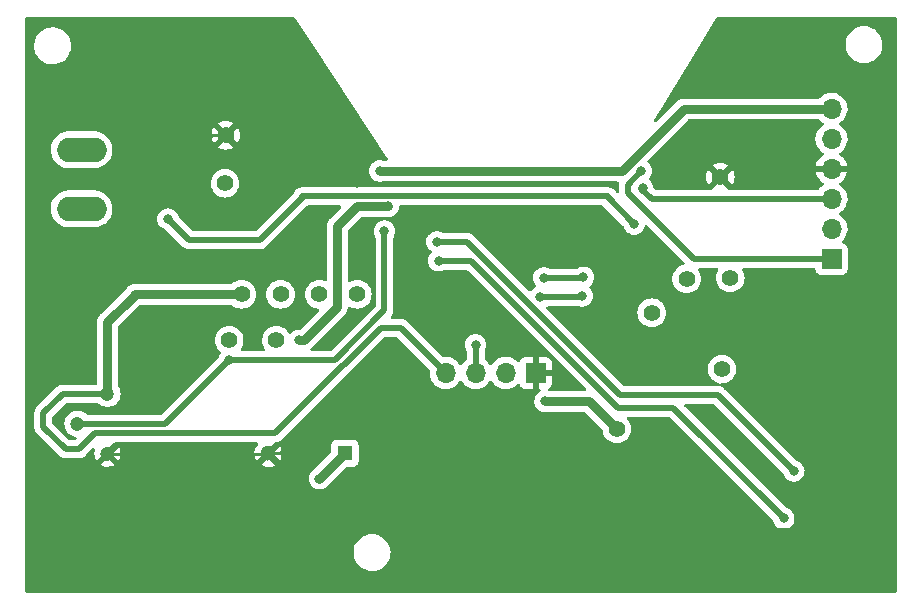
<source format=gbr>
G04 #@! TF.GenerationSoftware,KiCad,Pcbnew,(6.0.2)*
G04 #@! TF.CreationDate,2022-04-01T11:32:24+02:00*
G04 #@! TF.ProjectId,iot node,696f7420-6e6f-4646-952e-6b696361645f,rev?*
G04 #@! TF.SameCoordinates,Original*
G04 #@! TF.FileFunction,Copper,L2,Bot*
G04 #@! TF.FilePolarity,Positive*
%FSLAX46Y46*%
G04 Gerber Fmt 4.6, Leading zero omitted, Abs format (unit mm)*
G04 Created by KiCad (PCBNEW (6.0.2)) date 2022-04-01 11:32:24*
%MOMM*%
%LPD*%
G01*
G04 APERTURE LIST*
G04 #@! TA.AperFunction,ComponentPad*
%ADD10C,1.200000*%
G04 #@! TD*
G04 #@! TA.AperFunction,ComponentPad*
%ADD11C,1.400000*%
G04 #@! TD*
G04 #@! TA.AperFunction,ComponentPad*
%ADD12O,4.198620X2.098040*%
G04 #@! TD*
G04 #@! TA.AperFunction,ComponentPad*
%ADD13R,1.700000X1.700000*%
G04 #@! TD*
G04 #@! TA.AperFunction,ComponentPad*
%ADD14O,1.700000X1.700000*%
G04 #@! TD*
G04 #@! TA.AperFunction,ComponentPad*
%ADD15R,1.300000X1.300000*%
G04 #@! TD*
G04 #@! TA.AperFunction,ComponentPad*
%ADD16C,1.300000*%
G04 #@! TD*
G04 #@! TA.AperFunction,ViaPad*
%ADD17C,0.800000*%
G04 #@! TD*
G04 #@! TA.AperFunction,Conductor*
%ADD18C,0.250000*%
G04 #@! TD*
G04 #@! TA.AperFunction,Conductor*
%ADD19C,0.500000*%
G04 #@! TD*
G04 #@! TA.AperFunction,Conductor*
%ADD20C,0.750000*%
G04 #@! TD*
G04 APERTURE END LIST*
D10*
X95900000Y-129710000D03*
X93360000Y-132250000D03*
X95900000Y-134790000D03*
D11*
X105925000Y-107825000D03*
X110200000Y-125200000D03*
X110550000Y-121300000D03*
X105850000Y-111900000D03*
X113850000Y-121300000D03*
D12*
X93700000Y-114049360D03*
X93700000Y-109050640D03*
D11*
X117050000Y-121300000D03*
X141975000Y-122850000D03*
X147925000Y-127625000D03*
X148625000Y-119900000D03*
X139025000Y-132700000D03*
X106200000Y-125200000D03*
X144925000Y-119975000D03*
X147775000Y-111375000D03*
X107250000Y-121300000D03*
D13*
X132150000Y-127950000D03*
D14*
X129610000Y-127950000D03*
X127070000Y-127950000D03*
X124530000Y-127950000D03*
D15*
X116000000Y-134750000D03*
D16*
X109500000Y-134750000D03*
D13*
X157200000Y-118300000D03*
D14*
X157200000Y-115760000D03*
X157200000Y-113220000D03*
X157200000Y-110680000D03*
X157200000Y-108140000D03*
X157200000Y-105600000D03*
D17*
X113850000Y-136900000D03*
X119650000Y-113850000D03*
X112100000Y-125200000D03*
X117000000Y-111850000D03*
X119400000Y-125600000D03*
X154000000Y-139000000D03*
X108550000Y-113800000D03*
X118950000Y-110850000D03*
X132950000Y-130350000D03*
X153150000Y-140250000D03*
X123950000Y-118450000D03*
X154000000Y-136250000D03*
X123800000Y-116850000D03*
X132850000Y-119900000D03*
X136200000Y-119850000D03*
X127070000Y-125570000D03*
X132500000Y-121550000D03*
X136075000Y-121425000D03*
X141100000Y-110850000D03*
X141200000Y-112300000D03*
X140500000Y-115350000D03*
X101025000Y-114925000D03*
X119350000Y-115950000D03*
X106200000Y-126850000D03*
D18*
X111950000Y-133300000D02*
X111950000Y-132750000D01*
X110500000Y-134750000D02*
X111950000Y-133300000D01*
X109500000Y-134750000D02*
X110500000Y-134750000D01*
D19*
X139950000Y-112000000D02*
X139950000Y-112700000D01*
X139950000Y-112700000D02*
X145550000Y-118300000D01*
X141100000Y-110850000D02*
X139950000Y-112000000D01*
X145550000Y-118300000D02*
X157200000Y-118300000D01*
X135975489Y-119900000D02*
X132850000Y-119900000D01*
D18*
X112500000Y-113000000D02*
X114550000Y-113000000D01*
D19*
X108800000Y-116700000D02*
X112500000Y-113000000D01*
X102800000Y-116700000D02*
X108800000Y-116700000D01*
X137350000Y-113000000D02*
X114550000Y-113000000D01*
X101025000Y-114925000D02*
X102800000Y-116700000D01*
X114550000Y-113000000D02*
X112374511Y-113000000D01*
X140500000Y-115350000D02*
X138150000Y-113000000D01*
D18*
X138150000Y-113000000D02*
X137350000Y-113000000D01*
D19*
X138275489Y-113000000D02*
X137350000Y-113000000D01*
X92110000Y-129710000D02*
X95900000Y-129710000D01*
X90470000Y-131350000D02*
X92110000Y-129710000D01*
X90470000Y-132520000D02*
X90470000Y-131350000D01*
X93500000Y-134400000D02*
X92350000Y-134400000D01*
X115850480Y-127299520D02*
X110100000Y-133050000D01*
X92350000Y-134400000D02*
X90470000Y-132520000D01*
X94850000Y-133050000D02*
X93500000Y-134400000D01*
X119050000Y-124150000D02*
X115900480Y-127299520D01*
X115900480Y-127299520D02*
X115850480Y-127299520D01*
X120730000Y-124150000D02*
X119050000Y-124150000D01*
X124530000Y-127950000D02*
X120730000Y-124150000D01*
X110100000Y-133050000D02*
X94850000Y-133050000D01*
D18*
X110500000Y-111850000D02*
X117000000Y-111850000D01*
X110150000Y-112200000D02*
X108550000Y-113800000D01*
X110150000Y-112200000D02*
X110500000Y-111850000D01*
D20*
X98250000Y-121300000D02*
X98050000Y-121500000D01*
X98050000Y-121500000D02*
X95900000Y-123650000D01*
X107250000Y-121300000D02*
X98250000Y-121300000D01*
D18*
X109460000Y-134790000D02*
X109500000Y-134750000D01*
X95900000Y-134790000D02*
X109460000Y-134790000D01*
D19*
X100800000Y-132250000D02*
X93360000Y-132250000D01*
X106200000Y-126850000D02*
X100800000Y-132250000D01*
D20*
X95900000Y-123650000D02*
X95900000Y-129710000D01*
X112549856Y-125200000D02*
X115350000Y-122399856D01*
X116000000Y-134750000D02*
X113850000Y-136900000D01*
X112100000Y-125200000D02*
X112549856Y-125200000D01*
X115350000Y-115550000D02*
X117050000Y-113850000D01*
X117050000Y-113850000D02*
X119650000Y-113850000D01*
X115350000Y-122399856D02*
X115350000Y-115550000D01*
D18*
X159450000Y-141150000D02*
X128300000Y-141150000D01*
X119150000Y-127200000D02*
X119150000Y-125550000D01*
X160600000Y-111600000D02*
X160600000Y-140000000D01*
X104350000Y-108250000D02*
X104775000Y-107825000D01*
X105200000Y-113800000D02*
X104350000Y-112950000D01*
X122350000Y-135200000D02*
X122350000Y-130400000D01*
X159680000Y-110680000D02*
X160600000Y-111600000D01*
X111950000Y-132750000D02*
X119150000Y-125550000D01*
X154175000Y-139375000D02*
X154175000Y-138775000D01*
X108550000Y-113800000D02*
X105200000Y-113800000D01*
X104775000Y-107825000D02*
X105925000Y-107825000D01*
X104350000Y-112950000D02*
X104350000Y-108250000D01*
X131300000Y-130400000D02*
X122350000Y-130400000D01*
X159450000Y-141150000D02*
X155950000Y-141150000D01*
X132150000Y-127950000D02*
X132150000Y-129550000D01*
X132150000Y-129550000D02*
X131300000Y-130400000D01*
X122350000Y-130400000D02*
X119150000Y-127200000D01*
X160600000Y-140000000D02*
X159450000Y-141150000D01*
X157200000Y-110680000D02*
X159680000Y-110680000D01*
X155950000Y-141150000D02*
X154175000Y-139375000D01*
X128300000Y-141150000D02*
X122350000Y-135200000D01*
D20*
X144700000Y-105600000D02*
X157200000Y-105600000D01*
X132950000Y-130350000D02*
X136675000Y-130350000D01*
X139450000Y-110850000D02*
X144700000Y-105600000D01*
X118950000Y-110850000D02*
X139450000Y-110850000D01*
X136675000Y-130350000D02*
X139025000Y-132700000D01*
D19*
X123950000Y-118450000D02*
X126650000Y-118450000D01*
X139100000Y-130900000D02*
X143800000Y-130900000D01*
X126650000Y-118450000D02*
X139100000Y-130900000D01*
X143800000Y-130900000D02*
X153150000Y-140250000D01*
X139300000Y-129800000D02*
X147550000Y-129800000D01*
X147550000Y-129800000D02*
X154000000Y-136250000D01*
X123800000Y-116850000D02*
X126350000Y-116850000D01*
X126350000Y-116850000D02*
X139300000Y-129800000D01*
X127070000Y-127950000D02*
X127070000Y-125570000D01*
X132500000Y-121550000D02*
X135950000Y-121550000D01*
D18*
X135950000Y-121550000D02*
X136075000Y-121425000D01*
D19*
X141970000Y-113220000D02*
X157200000Y-113220000D01*
X141100000Y-112350000D02*
X141970000Y-113220000D01*
X119350000Y-122650000D02*
X119350000Y-115950000D01*
X106200000Y-126850000D02*
X115150000Y-126850000D01*
X115150000Y-126850000D02*
X119350000Y-122650000D01*
G04 #@! TA.AperFunction,Conductor*
G36*
X111732578Y-97828002D02*
G01*
X111769665Y-97864666D01*
X113474050Y-100450921D01*
X119589234Y-109730180D01*
X119616244Y-109771166D01*
X119637028Y-109839052D01*
X119617810Y-109907398D01*
X119564692Y-109954505D01*
X119511036Y-109966500D01*
X119176347Y-109966500D01*
X119150150Y-109963747D01*
X119051944Y-109942872D01*
X119051939Y-109942872D01*
X119045487Y-109941500D01*
X118854513Y-109941500D01*
X118848061Y-109942872D01*
X118848056Y-109942872D01*
X118761113Y-109961353D01*
X118667712Y-109981206D01*
X118661682Y-109983891D01*
X118661681Y-109983891D01*
X118499278Y-110056197D01*
X118499276Y-110056198D01*
X118493248Y-110058882D01*
X118338747Y-110171134D01*
X118334326Y-110176044D01*
X118334325Y-110176045D01*
X118218622Y-110304547D01*
X118210960Y-110313056D01*
X118115473Y-110478444D01*
X118056458Y-110660072D01*
X118055768Y-110666633D01*
X118055768Y-110666635D01*
X118051753Y-110704835D01*
X118036496Y-110850000D01*
X118037186Y-110856565D01*
X118048356Y-110962837D01*
X118056458Y-111039928D01*
X118115473Y-111221556D01*
X118210960Y-111386944D01*
X118215378Y-111391851D01*
X118215379Y-111391852D01*
X118304112Y-111490400D01*
X118338747Y-111528866D01*
X118373988Y-111554470D01*
X118472501Y-111626044D01*
X118493248Y-111641118D01*
X118499276Y-111643802D01*
X118499278Y-111643803D01*
X118589630Y-111684030D01*
X118667712Y-111718794D01*
X118749850Y-111736253D01*
X118848056Y-111757128D01*
X118848061Y-111757128D01*
X118854513Y-111758500D01*
X119045487Y-111758500D01*
X119051939Y-111757128D01*
X119051944Y-111757128D01*
X119150150Y-111736253D01*
X119176347Y-111733500D01*
X139073758Y-111733500D01*
X139141879Y-111753502D01*
X139188372Y-111807158D01*
X139198476Y-111877432D01*
X139196150Y-111889435D01*
X139192192Y-111905610D01*
X139191500Y-111916764D01*
X139191464Y-111916762D01*
X139191225Y-111920755D01*
X139190851Y-111924947D01*
X139189360Y-111932115D01*
X139189558Y-111939432D01*
X139191454Y-112009521D01*
X139191500Y-112012928D01*
X139191500Y-112597513D01*
X139171498Y-112665634D01*
X139117842Y-112712127D01*
X139047568Y-112722231D01*
X138982988Y-112692737D01*
X138949559Y-112646846D01*
X138941697Y-112628370D01*
X138938832Y-112621636D01*
X138934499Y-112615748D01*
X138934496Y-112615743D01*
X138844316Y-112493204D01*
X138833997Y-112479182D01*
X138828419Y-112474443D01*
X138828416Y-112474440D01*
X138704783Y-112369406D01*
X138704779Y-112369403D01*
X138699204Y-112364667D01*
X138591363Y-112309600D01*
X138548197Y-112287558D01*
X138548195Y-112287557D01*
X138541681Y-112284231D01*
X138534576Y-112282492D01*
X138534572Y-112282491D01*
X138429651Y-112256818D01*
X138369879Y-112242192D01*
X138364277Y-112241844D01*
X138364274Y-112241844D01*
X138360664Y-112241620D01*
X138360654Y-112241620D01*
X138358725Y-112241500D01*
X138237941Y-112241500D01*
X138226740Y-112241001D01*
X138225050Y-112240850D01*
X138217885Y-112239360D01*
X138157225Y-112241001D01*
X138140479Y-112241454D01*
X138137072Y-112241500D01*
X112567069Y-112241500D01*
X112548121Y-112240067D01*
X112540780Y-112238950D01*
X112533883Y-112237901D01*
X112533881Y-112237901D01*
X112526651Y-112236801D01*
X112519359Y-112237394D01*
X112519356Y-112237394D01*
X112473982Y-112241085D01*
X112463767Y-112241500D01*
X112330218Y-112241500D01*
X112260475Y-112249631D01*
X112206100Y-112255970D01*
X112206096Y-112255971D01*
X112198830Y-112256818D01*
X112191955Y-112259313D01*
X112191953Y-112259314D01*
X112114144Y-112287558D01*
X112032574Y-112317167D01*
X112026457Y-112321178D01*
X112026454Y-112321179D01*
X111917493Y-112392617D01*
X111884659Y-112414144D01*
X111763021Y-112542547D01*
X111743683Y-112575840D01*
X111691527Y-112665634D01*
X111674185Y-112695490D01*
X111672063Y-112702497D01*
X111672061Y-112702501D01*
X111658298Y-112747944D01*
X111626803Y-112800516D01*
X108522724Y-115904595D01*
X108460412Y-115938621D01*
X108433629Y-115941500D01*
X103166371Y-115941500D01*
X103098250Y-115921498D01*
X103077276Y-115904595D01*
X101945125Y-114772444D01*
X101914387Y-114722285D01*
X101913699Y-114720166D01*
X101859527Y-114553444D01*
X101842502Y-114523955D01*
X101799421Y-114449338D01*
X101764040Y-114388056D01*
X101636253Y-114246134D01*
X101481752Y-114133882D01*
X101475724Y-114131198D01*
X101475722Y-114131197D01*
X101313319Y-114058891D01*
X101313318Y-114058891D01*
X101307288Y-114056206D01*
X101213887Y-114036353D01*
X101126944Y-114017872D01*
X101126939Y-114017872D01*
X101120487Y-114016500D01*
X100929513Y-114016500D01*
X100923061Y-114017872D01*
X100923056Y-114017872D01*
X100836113Y-114036353D01*
X100742712Y-114056206D01*
X100736682Y-114058891D01*
X100736681Y-114058891D01*
X100574278Y-114131197D01*
X100574276Y-114131198D01*
X100568248Y-114133882D01*
X100413747Y-114246134D01*
X100285960Y-114388056D01*
X100250579Y-114449338D01*
X100207499Y-114523955D01*
X100190473Y-114553444D01*
X100131458Y-114735072D01*
X100130768Y-114741633D01*
X100130768Y-114741635D01*
X100116635Y-114876103D01*
X100111496Y-114925000D01*
X100112186Y-114931565D01*
X100128983Y-115091375D01*
X100131458Y-115114928D01*
X100190473Y-115296556D01*
X100193776Y-115302278D01*
X100193777Y-115302279D01*
X100201672Y-115315954D01*
X100285960Y-115461944D01*
X100290378Y-115466851D01*
X100290379Y-115466852D01*
X100377596Y-115563716D01*
X100413747Y-115603866D01*
X100568248Y-115716118D01*
X100574276Y-115718802D01*
X100574278Y-115718803D01*
X100736681Y-115791109D01*
X100742712Y-115793794D01*
X100749167Y-115795166D01*
X100749176Y-115795169D01*
X100805772Y-115807199D01*
X100868669Y-115841350D01*
X102216230Y-117188911D01*
X102228616Y-117203323D01*
X102237149Y-117214918D01*
X102237154Y-117214923D01*
X102241492Y-117220818D01*
X102247070Y-117225557D01*
X102247073Y-117225560D01*
X102281768Y-117255035D01*
X102289284Y-117261965D01*
X102294979Y-117267660D01*
X102297861Y-117269940D01*
X102317251Y-117285281D01*
X102320655Y-117288072D01*
X102370703Y-117330591D01*
X102376285Y-117335333D01*
X102382801Y-117338661D01*
X102387850Y-117342028D01*
X102392979Y-117345195D01*
X102398716Y-117349734D01*
X102464875Y-117380655D01*
X102468769Y-117382558D01*
X102533808Y-117415769D01*
X102540916Y-117417508D01*
X102546559Y-117419607D01*
X102552322Y-117421524D01*
X102558950Y-117424622D01*
X102566112Y-117426112D01*
X102566113Y-117426112D01*
X102630412Y-117439486D01*
X102634696Y-117440456D01*
X102705610Y-117457808D01*
X102711212Y-117458156D01*
X102711215Y-117458156D01*
X102716764Y-117458500D01*
X102716762Y-117458536D01*
X102720755Y-117458775D01*
X102724947Y-117459149D01*
X102732115Y-117460640D01*
X102809520Y-117458546D01*
X102812928Y-117458500D01*
X108732930Y-117458500D01*
X108751880Y-117459933D01*
X108766115Y-117462099D01*
X108766119Y-117462099D01*
X108773349Y-117463199D01*
X108780641Y-117462606D01*
X108780644Y-117462606D01*
X108826018Y-117458915D01*
X108836233Y-117458500D01*
X108844293Y-117458500D01*
X108861680Y-117456473D01*
X108872507Y-117455211D01*
X108876882Y-117454778D01*
X108942339Y-117449454D01*
X108942342Y-117449453D01*
X108949637Y-117448860D01*
X108956601Y-117446604D01*
X108962560Y-117445413D01*
X108968415Y-117444029D01*
X108975681Y-117443182D01*
X109044327Y-117418265D01*
X109048455Y-117416848D01*
X109110936Y-117396607D01*
X109110938Y-117396606D01*
X109117899Y-117394351D01*
X109124154Y-117390555D01*
X109129628Y-117388049D01*
X109135058Y-117385330D01*
X109141937Y-117382833D01*
X109148058Y-117378820D01*
X109202976Y-117342814D01*
X109206680Y-117340477D01*
X109269107Y-117302595D01*
X109277484Y-117295197D01*
X109277508Y-117295224D01*
X109280500Y-117292571D01*
X109283733Y-117289868D01*
X109289852Y-117285856D01*
X109343128Y-117229617D01*
X109345506Y-117227175D01*
X112777276Y-113795405D01*
X112839588Y-113761379D01*
X112866371Y-113758500D01*
X115587852Y-113758500D01*
X115655973Y-113778502D01*
X115702466Y-113832158D01*
X115712570Y-113902432D01*
X115683076Y-113967012D01*
X115676947Y-113973595D01*
X114781454Y-114869088D01*
X114766426Y-114881925D01*
X114755566Y-114889815D01*
X114751145Y-114894725D01*
X114751144Y-114894726D01*
X114711114Y-114939184D01*
X114706573Y-114943969D01*
X114692528Y-114958014D01*
X114690444Y-114960588D01*
X114690441Y-114960591D01*
X114680031Y-114973446D01*
X114675747Y-114978462D01*
X114635717Y-115022920D01*
X114635713Y-115022925D01*
X114631296Y-115027831D01*
X114624791Y-115039097D01*
X114624589Y-115039448D01*
X114613391Y-115055741D01*
X114604953Y-115066161D01*
X114574787Y-115125363D01*
X114571654Y-115131133D01*
X114541740Y-115182945D01*
X114541738Y-115182950D01*
X114538436Y-115188669D01*
X114536395Y-115194949D01*
X114536392Y-115194957D01*
X114534292Y-115201421D01*
X114526728Y-115219683D01*
X114523637Y-115225749D01*
X114523634Y-115225758D01*
X114520638Y-115231637D01*
X114518929Y-115238015D01*
X114503444Y-115295804D01*
X114501578Y-115302106D01*
X114481046Y-115365298D01*
X114480356Y-115371866D01*
X114479645Y-115378628D01*
X114476042Y-115398071D01*
X114472570Y-115411029D01*
X114472225Y-115417619D01*
X114472224Y-115417623D01*
X114469093Y-115477367D01*
X114468577Y-115483931D01*
X114466500Y-115503694D01*
X114466500Y-115523555D01*
X114466327Y-115530150D01*
X114463467Y-115584729D01*
X114462850Y-115596493D01*
X114463882Y-115603007D01*
X114464949Y-115609744D01*
X114466500Y-115629456D01*
X114466500Y-120056266D01*
X114446498Y-120124387D01*
X114392842Y-120170880D01*
X114322568Y-120180984D01*
X114287251Y-120170461D01*
X114269898Y-120162369D01*
X114269889Y-120162366D01*
X114264910Y-120160044D01*
X114259602Y-120158622D01*
X114259600Y-120158621D01*
X114065970Y-120106738D01*
X114065968Y-120106738D01*
X114060655Y-120105314D01*
X113850000Y-120086884D01*
X113639345Y-120105314D01*
X113634032Y-120106738D01*
X113634030Y-120106738D01*
X113440400Y-120158621D01*
X113440398Y-120158622D01*
X113435090Y-120160044D01*
X113430109Y-120162366D01*
X113430108Y-120162367D01*
X113248423Y-120247088D01*
X113248420Y-120247090D01*
X113243442Y-120249411D01*
X113070224Y-120370699D01*
X112920699Y-120520224D01*
X112799411Y-120693442D01*
X112797090Y-120698420D01*
X112797088Y-120698423D01*
X112712367Y-120880108D01*
X112710044Y-120885090D01*
X112708622Y-120890398D01*
X112708621Y-120890400D01*
X112656738Y-121084030D01*
X112655314Y-121089345D01*
X112636884Y-121300000D01*
X112655314Y-121510655D01*
X112710044Y-121714910D01*
X112712366Y-121719891D01*
X112712367Y-121719892D01*
X112750919Y-121802566D01*
X112799411Y-121906558D01*
X112920699Y-122079776D01*
X113070224Y-122229301D01*
X113243442Y-122350589D01*
X113248420Y-122352910D01*
X113248423Y-122352912D01*
X113413971Y-122430108D01*
X113435090Y-122439956D01*
X113440398Y-122441378D01*
X113440400Y-122441379D01*
X113634030Y-122493262D01*
X113634032Y-122493262D01*
X113639345Y-122494686D01*
X113644821Y-122495165D01*
X113644826Y-122495166D01*
X113686590Y-122498819D01*
X113707060Y-122500610D01*
X113773177Y-122526473D01*
X113814817Y-122583977D01*
X113818758Y-122654864D01*
X113785173Y-122715226D01*
X113011903Y-123488495D01*
X112245803Y-124254595D01*
X112183491Y-124288621D01*
X112156708Y-124291500D01*
X112004513Y-124291500D01*
X111998061Y-124292872D01*
X111998056Y-124292872D01*
X111911113Y-124311353D01*
X111817712Y-124331206D01*
X111811682Y-124333891D01*
X111811681Y-124333891D01*
X111649278Y-124406197D01*
X111649276Y-124406198D01*
X111643248Y-124408882D01*
X111488747Y-124521134D01*
X111432285Y-124583842D01*
X111371839Y-124621081D01*
X111300855Y-124619729D01*
X111241871Y-124580215D01*
X111235436Y-124571801D01*
X111132460Y-124424736D01*
X111129301Y-124420224D01*
X110979776Y-124270699D01*
X110806558Y-124149411D01*
X110801580Y-124147090D01*
X110801577Y-124147088D01*
X110619892Y-124062367D01*
X110619891Y-124062366D01*
X110614910Y-124060044D01*
X110609602Y-124058622D01*
X110609600Y-124058621D01*
X110415970Y-124006738D01*
X110415968Y-124006738D01*
X110410655Y-124005314D01*
X110200000Y-123986884D01*
X109989345Y-124005314D01*
X109984032Y-124006738D01*
X109984030Y-124006738D01*
X109790400Y-124058621D01*
X109790398Y-124058622D01*
X109785090Y-124060044D01*
X109780109Y-124062366D01*
X109780108Y-124062367D01*
X109598423Y-124147088D01*
X109598420Y-124147090D01*
X109593442Y-124149411D01*
X109420224Y-124270699D01*
X109270699Y-124420224D01*
X109149411Y-124593442D01*
X109147090Y-124598420D01*
X109147088Y-124598423D01*
X109064191Y-124776197D01*
X109060044Y-124785090D01*
X109058622Y-124790398D01*
X109058621Y-124790400D01*
X109030314Y-124896045D01*
X109005314Y-124989345D01*
X108986884Y-125200000D01*
X109005314Y-125410655D01*
X109060044Y-125614910D01*
X109062366Y-125619891D01*
X109062367Y-125619892D01*
X109138696Y-125783579D01*
X109149411Y-125806558D01*
X109185061Y-125857472D01*
X109210099Y-125893230D01*
X109232787Y-125960504D01*
X109215502Y-126029364D01*
X109163732Y-126077948D01*
X109106886Y-126091500D01*
X107293114Y-126091500D01*
X107224993Y-126071498D01*
X107178500Y-126017842D01*
X107168396Y-125947568D01*
X107189901Y-125893230D01*
X107214939Y-125857472D01*
X107250589Y-125806558D01*
X107261305Y-125783579D01*
X107337633Y-125619892D01*
X107337634Y-125619891D01*
X107339956Y-125614910D01*
X107394686Y-125410655D01*
X107413116Y-125200000D01*
X107394686Y-124989345D01*
X107369686Y-124896045D01*
X107341379Y-124790400D01*
X107341378Y-124790398D01*
X107339956Y-124785090D01*
X107335809Y-124776197D01*
X107252912Y-124598423D01*
X107252910Y-124598420D01*
X107250589Y-124593442D01*
X107129301Y-124420224D01*
X106979776Y-124270699D01*
X106806558Y-124149411D01*
X106801580Y-124147090D01*
X106801577Y-124147088D01*
X106619892Y-124062367D01*
X106619891Y-124062366D01*
X106614910Y-124060044D01*
X106609602Y-124058622D01*
X106609600Y-124058621D01*
X106415970Y-124006738D01*
X106415968Y-124006738D01*
X106410655Y-124005314D01*
X106200000Y-123986884D01*
X105989345Y-124005314D01*
X105984032Y-124006738D01*
X105984030Y-124006738D01*
X105790400Y-124058621D01*
X105790398Y-124058622D01*
X105785090Y-124060044D01*
X105780109Y-124062366D01*
X105780108Y-124062367D01*
X105598423Y-124147088D01*
X105598420Y-124147090D01*
X105593442Y-124149411D01*
X105420224Y-124270699D01*
X105270699Y-124420224D01*
X105149411Y-124593442D01*
X105147090Y-124598420D01*
X105147088Y-124598423D01*
X105064191Y-124776197D01*
X105060044Y-124785090D01*
X105058622Y-124790398D01*
X105058621Y-124790400D01*
X105030314Y-124896045D01*
X105005314Y-124989345D01*
X104986884Y-125200000D01*
X105005314Y-125410655D01*
X105060044Y-125614910D01*
X105062366Y-125619891D01*
X105062367Y-125619892D01*
X105138696Y-125783579D01*
X105149411Y-125806558D01*
X105270699Y-125979776D01*
X105420224Y-126129301D01*
X105431250Y-126137021D01*
X105475577Y-126192476D01*
X105482886Y-126263096D01*
X105461886Y-126312027D01*
X105460960Y-126313056D01*
X105365473Y-126478444D01*
X105318448Y-126623173D01*
X105310613Y-126647285D01*
X105279875Y-126697444D01*
X100522724Y-131454595D01*
X100460412Y-131488621D01*
X100433629Y-131491500D01*
X94221917Y-131491500D01*
X94153796Y-131471498D01*
X94136388Y-131458024D01*
X94041948Y-131370724D01*
X94037703Y-131366800D01*
X93960179Y-131317886D01*
X93870288Y-131261169D01*
X93870283Y-131261167D01*
X93865404Y-131258088D01*
X93676180Y-131182595D01*
X93476366Y-131142849D01*
X93470592Y-131142773D01*
X93470588Y-131142773D01*
X93367452Y-131141424D01*
X93272655Y-131140183D01*
X93266958Y-131141162D01*
X93266957Y-131141162D01*
X93077567Y-131173705D01*
X93071870Y-131174684D01*
X92880734Y-131245198D01*
X92875773Y-131248150D01*
X92875772Y-131248150D01*
X92806384Y-131289432D01*
X92705649Y-131349363D01*
X92552478Y-131483690D01*
X92548911Y-131488215D01*
X92548906Y-131488220D01*
X92462331Y-131598040D01*
X92426351Y-131643681D01*
X92423662Y-131648792D01*
X92423660Y-131648795D01*
X92388107Y-131716371D01*
X92331492Y-131823978D01*
X92271078Y-132018543D01*
X92247132Y-132220859D01*
X92260457Y-132424151D01*
X92310605Y-132621610D01*
X92395898Y-132806624D01*
X92513479Y-132972997D01*
X92551312Y-133009852D01*
X92653706Y-133109600D01*
X92659410Y-133115157D01*
X92664206Y-133118362D01*
X92664209Y-133118364D01*
X92666496Y-133119892D01*
X92828803Y-133228342D01*
X92834106Y-133230620D01*
X92834109Y-133230622D01*
X92999261Y-133301577D01*
X93015987Y-133308763D01*
X93135255Y-133335750D01*
X93202971Y-133351073D01*
X93264997Y-133385616D01*
X93298502Y-133448209D01*
X93292848Y-133518980D01*
X93264258Y-133563061D01*
X93222724Y-133604595D01*
X93160412Y-133638621D01*
X93133629Y-133641500D01*
X92716371Y-133641500D01*
X92648250Y-133621498D01*
X92627276Y-133604595D01*
X91265405Y-132242724D01*
X91231379Y-132180412D01*
X91228500Y-132153629D01*
X91228500Y-131716371D01*
X91248502Y-131648250D01*
X91265405Y-131627276D01*
X92387276Y-130505405D01*
X92449588Y-130471379D01*
X92476371Y-130468500D01*
X95038696Y-130468500D01*
X95106817Y-130488502D01*
X95126618Y-130504246D01*
X95163247Y-130539928D01*
X95199410Y-130575157D01*
X95204206Y-130578362D01*
X95204209Y-130578364D01*
X95342264Y-130670609D01*
X95368803Y-130688342D01*
X95374106Y-130690620D01*
X95374109Y-130690622D01*
X95463115Y-130728862D01*
X95555987Y-130768763D01*
X95628817Y-130785243D01*
X95749055Y-130812450D01*
X95749060Y-130812451D01*
X95754692Y-130813725D01*
X95760463Y-130813952D01*
X95760465Y-130813952D01*
X95823470Y-130816427D01*
X95958263Y-130821723D01*
X96159883Y-130792490D01*
X96165347Y-130790635D01*
X96165352Y-130790634D01*
X96347327Y-130728862D01*
X96347332Y-130728860D01*
X96352799Y-130727004D01*
X96530551Y-130627458D01*
X96687186Y-130497186D01*
X96817458Y-130340551D01*
X96917004Y-130162799D01*
X96918860Y-130157332D01*
X96918862Y-130157327D01*
X96980634Y-129975352D01*
X96980635Y-129975347D01*
X96982490Y-129969883D01*
X97011723Y-129768263D01*
X97013249Y-129710000D01*
X96998465Y-129549106D01*
X96995137Y-129512880D01*
X96995136Y-129512877D01*
X96994608Y-129507126D01*
X96960032Y-129384532D01*
X96940875Y-129316606D01*
X96940874Y-129316604D01*
X96939307Y-129311047D01*
X96935619Y-129303567D01*
X96851756Y-129133510D01*
X96849201Y-129128329D01*
X96843651Y-129120896D01*
X96808542Y-129073880D01*
X96783810Y-129007330D01*
X96783500Y-128998491D01*
X96783500Y-124068148D01*
X96803502Y-124000027D01*
X96820405Y-123979053D01*
X98579053Y-122220405D01*
X98641365Y-122186379D01*
X98668148Y-122183500D01*
X106372233Y-122183500D01*
X106440354Y-122203502D01*
X106461328Y-122220405D01*
X106470224Y-122229301D01*
X106643442Y-122350589D01*
X106648420Y-122352910D01*
X106648423Y-122352912D01*
X106813971Y-122430108D01*
X106835090Y-122439956D01*
X106840398Y-122441378D01*
X106840400Y-122441379D01*
X107034030Y-122493262D01*
X107034032Y-122493262D01*
X107039345Y-122494686D01*
X107250000Y-122513116D01*
X107460655Y-122494686D01*
X107465968Y-122493262D01*
X107465970Y-122493262D01*
X107659600Y-122441379D01*
X107659602Y-122441378D01*
X107664910Y-122439956D01*
X107686029Y-122430108D01*
X107851577Y-122352912D01*
X107851580Y-122352910D01*
X107856558Y-122350589D01*
X108029776Y-122229301D01*
X108179301Y-122079776D01*
X108300589Y-121906558D01*
X108349082Y-121802566D01*
X108387633Y-121719892D01*
X108387634Y-121719891D01*
X108389956Y-121714910D01*
X108444686Y-121510655D01*
X108463116Y-121300000D01*
X109336884Y-121300000D01*
X109355314Y-121510655D01*
X109410044Y-121714910D01*
X109412366Y-121719891D01*
X109412367Y-121719892D01*
X109450919Y-121802566D01*
X109499411Y-121906558D01*
X109620699Y-122079776D01*
X109770224Y-122229301D01*
X109943442Y-122350589D01*
X109948420Y-122352910D01*
X109948423Y-122352912D01*
X110113971Y-122430108D01*
X110135090Y-122439956D01*
X110140398Y-122441378D01*
X110140400Y-122441379D01*
X110334030Y-122493262D01*
X110334032Y-122493262D01*
X110339345Y-122494686D01*
X110550000Y-122513116D01*
X110760655Y-122494686D01*
X110765968Y-122493262D01*
X110765970Y-122493262D01*
X110959600Y-122441379D01*
X110959602Y-122441378D01*
X110964910Y-122439956D01*
X110986029Y-122430108D01*
X111151577Y-122352912D01*
X111151580Y-122352910D01*
X111156558Y-122350589D01*
X111329776Y-122229301D01*
X111479301Y-122079776D01*
X111600589Y-121906558D01*
X111649082Y-121802566D01*
X111687633Y-121719892D01*
X111687634Y-121719891D01*
X111689956Y-121714910D01*
X111744686Y-121510655D01*
X111763116Y-121300000D01*
X111744686Y-121089345D01*
X111743262Y-121084030D01*
X111691379Y-120890400D01*
X111691378Y-120890398D01*
X111689956Y-120885090D01*
X111687633Y-120880108D01*
X111602912Y-120698423D01*
X111602910Y-120698420D01*
X111600589Y-120693442D01*
X111479301Y-120520224D01*
X111329776Y-120370699D01*
X111156558Y-120249411D01*
X111151580Y-120247090D01*
X111151577Y-120247088D01*
X110969892Y-120162367D01*
X110969891Y-120162366D01*
X110964910Y-120160044D01*
X110959602Y-120158622D01*
X110959600Y-120158621D01*
X110765970Y-120106738D01*
X110765968Y-120106738D01*
X110760655Y-120105314D01*
X110550000Y-120086884D01*
X110339345Y-120105314D01*
X110334032Y-120106738D01*
X110334030Y-120106738D01*
X110140400Y-120158621D01*
X110140398Y-120158622D01*
X110135090Y-120160044D01*
X110130109Y-120162366D01*
X110130108Y-120162367D01*
X109948423Y-120247088D01*
X109948420Y-120247090D01*
X109943442Y-120249411D01*
X109770224Y-120370699D01*
X109620699Y-120520224D01*
X109499411Y-120693442D01*
X109497090Y-120698420D01*
X109497088Y-120698423D01*
X109412367Y-120880108D01*
X109410044Y-120885090D01*
X109408622Y-120890398D01*
X109408621Y-120890400D01*
X109356738Y-121084030D01*
X109355314Y-121089345D01*
X109336884Y-121300000D01*
X108463116Y-121300000D01*
X108444686Y-121089345D01*
X108443262Y-121084030D01*
X108391379Y-120890400D01*
X108391378Y-120890398D01*
X108389956Y-120885090D01*
X108387633Y-120880108D01*
X108302912Y-120698423D01*
X108302910Y-120698420D01*
X108300589Y-120693442D01*
X108179301Y-120520224D01*
X108029776Y-120370699D01*
X107856558Y-120249411D01*
X107851580Y-120247090D01*
X107851577Y-120247088D01*
X107669892Y-120162367D01*
X107669891Y-120162366D01*
X107664910Y-120160044D01*
X107659602Y-120158622D01*
X107659600Y-120158621D01*
X107465970Y-120106738D01*
X107465968Y-120106738D01*
X107460655Y-120105314D01*
X107250000Y-120086884D01*
X107039345Y-120105314D01*
X107034032Y-120106738D01*
X107034030Y-120106738D01*
X106840400Y-120158621D01*
X106840398Y-120158622D01*
X106835090Y-120160044D01*
X106830109Y-120162366D01*
X106830108Y-120162367D01*
X106648423Y-120247088D01*
X106648420Y-120247090D01*
X106643442Y-120249411D01*
X106470224Y-120370699D01*
X106461328Y-120379595D01*
X106399016Y-120413621D01*
X106372233Y-120416500D01*
X98329457Y-120416500D01*
X98309745Y-120414949D01*
X98303008Y-120413882D01*
X98303009Y-120413882D01*
X98296493Y-120412850D01*
X98289906Y-120413195D01*
X98289902Y-120413195D01*
X98230150Y-120416327D01*
X98223555Y-120416500D01*
X98203694Y-120416500D01*
X98183931Y-120418577D01*
X98177372Y-120419093D01*
X98161573Y-120419921D01*
X98117623Y-120422224D01*
X98117619Y-120422225D01*
X98111029Y-120422570D01*
X98098071Y-120426042D01*
X98078628Y-120429645D01*
X98065298Y-120431046D01*
X98002106Y-120451578D01*
X97995804Y-120453444D01*
X97942328Y-120467773D01*
X97931637Y-120470638D01*
X97925758Y-120473634D01*
X97925749Y-120473637D01*
X97919683Y-120476728D01*
X97901421Y-120484292D01*
X97894958Y-120486392D01*
X97894953Y-120486394D01*
X97888669Y-120488436D01*
X97831119Y-120521663D01*
X97825366Y-120524786D01*
X97766161Y-120554952D01*
X97761027Y-120559109D01*
X97761026Y-120559110D01*
X97755737Y-120563393D01*
X97739449Y-120574588D01*
X97727831Y-120581296D01*
X97722925Y-120585713D01*
X97722920Y-120585717D01*
X97678462Y-120625747D01*
X97673447Y-120630031D01*
X97665369Y-120636573D01*
X97658015Y-120642528D01*
X97643978Y-120656565D01*
X97639193Y-120661106D01*
X97589815Y-120705566D01*
X97582400Y-120715772D01*
X97581930Y-120716419D01*
X97569088Y-120731455D01*
X97458015Y-120842527D01*
X95331450Y-122969092D01*
X95316416Y-122981932D01*
X95310910Y-122985932D01*
X95310908Y-122985934D01*
X95305566Y-122989815D01*
X95301145Y-122994725D01*
X95301144Y-122994726D01*
X95261114Y-123039184D01*
X95256573Y-123043969D01*
X95242528Y-123058014D01*
X95240444Y-123060588D01*
X95240441Y-123060591D01*
X95230031Y-123073446D01*
X95225747Y-123078462D01*
X95185717Y-123122920D01*
X95185713Y-123122925D01*
X95181296Y-123127831D01*
X95174791Y-123139097D01*
X95174589Y-123139448D01*
X95163391Y-123155741D01*
X95154953Y-123166161D01*
X95124787Y-123225363D01*
X95121654Y-123231133D01*
X95091740Y-123282945D01*
X95091738Y-123282950D01*
X95088436Y-123288669D01*
X95086395Y-123294949D01*
X95086392Y-123294957D01*
X95084292Y-123301421D01*
X95076728Y-123319683D01*
X95073637Y-123325749D01*
X95073634Y-123325758D01*
X95070638Y-123331637D01*
X95068929Y-123338015D01*
X95053444Y-123395804D01*
X95051578Y-123402106D01*
X95031046Y-123465298D01*
X95030356Y-123471866D01*
X95029645Y-123478628D01*
X95026042Y-123498071D01*
X95022570Y-123511029D01*
X95022225Y-123517619D01*
X95022224Y-123517623D01*
X95019093Y-123577367D01*
X95018577Y-123583931D01*
X95016500Y-123603694D01*
X95016500Y-123623555D01*
X95016327Y-123630150D01*
X95014706Y-123661089D01*
X95012850Y-123696493D01*
X95013882Y-123703007D01*
X95014949Y-123709744D01*
X95016500Y-123729456D01*
X95016500Y-128825500D01*
X94996498Y-128893621D01*
X94942842Y-128940114D01*
X94890500Y-128951500D01*
X92177069Y-128951500D01*
X92158121Y-128950067D01*
X92150780Y-128948950D01*
X92143883Y-128947901D01*
X92143881Y-128947901D01*
X92136651Y-128946801D01*
X92129359Y-128947394D01*
X92129356Y-128947394D01*
X92083982Y-128951085D01*
X92073767Y-128951500D01*
X92065707Y-128951500D01*
X92052417Y-128953049D01*
X92037493Y-128954789D01*
X92033118Y-128955222D01*
X91967661Y-128960546D01*
X91967658Y-128960547D01*
X91960363Y-128961140D01*
X91953399Y-128963396D01*
X91947440Y-128964587D01*
X91941585Y-128965971D01*
X91934319Y-128966818D01*
X91865673Y-128991735D01*
X91861545Y-128993152D01*
X91799064Y-129013393D01*
X91799062Y-129013394D01*
X91792101Y-129015649D01*
X91785846Y-129019445D01*
X91780372Y-129021951D01*
X91774942Y-129024670D01*
X91768063Y-129027167D01*
X91707016Y-129067191D01*
X91703327Y-129069518D01*
X91696140Y-129073880D01*
X91645693Y-129104491D01*
X91645688Y-129104495D01*
X91640892Y-129107405D01*
X91632516Y-129114803D01*
X91632493Y-129114777D01*
X91629503Y-129117426D01*
X91626264Y-129120134D01*
X91620148Y-129124144D01*
X91615121Y-129129451D01*
X91615117Y-129129454D01*
X91566872Y-129180383D01*
X91564494Y-129182825D01*
X89981089Y-130766230D01*
X89966677Y-130778616D01*
X89955082Y-130787149D01*
X89955077Y-130787154D01*
X89949182Y-130791492D01*
X89944443Y-130797070D01*
X89944440Y-130797073D01*
X89914965Y-130831768D01*
X89908035Y-130839284D01*
X89902340Y-130844979D01*
X89900060Y-130847861D01*
X89884719Y-130867251D01*
X89881928Y-130870655D01*
X89863920Y-130891852D01*
X89834667Y-130926285D01*
X89831339Y-130932801D01*
X89827972Y-130937850D01*
X89824805Y-130942979D01*
X89820266Y-130948716D01*
X89789345Y-131014875D01*
X89787442Y-131018769D01*
X89754231Y-131083808D01*
X89752492Y-131090916D01*
X89750393Y-131096559D01*
X89748476Y-131102322D01*
X89745378Y-131108950D01*
X89743888Y-131116112D01*
X89743888Y-131116113D01*
X89730514Y-131180412D01*
X89729544Y-131184696D01*
X89712192Y-131255610D01*
X89711500Y-131266764D01*
X89711464Y-131266762D01*
X89711225Y-131270755D01*
X89710851Y-131274947D01*
X89709360Y-131282115D01*
X89709558Y-131289432D01*
X89711454Y-131359521D01*
X89711500Y-131362928D01*
X89711500Y-132452930D01*
X89710067Y-132471880D01*
X89708219Y-132484030D01*
X89706801Y-132493349D01*
X89707394Y-132500641D01*
X89707394Y-132500644D01*
X89711085Y-132546018D01*
X89711500Y-132556233D01*
X89711500Y-132564293D01*
X89711925Y-132567937D01*
X89714789Y-132592507D01*
X89715222Y-132596882D01*
X89717234Y-132621610D01*
X89721140Y-132669637D01*
X89723396Y-132676601D01*
X89724587Y-132682560D01*
X89725971Y-132688415D01*
X89726818Y-132695681D01*
X89751735Y-132764327D01*
X89753152Y-132768455D01*
X89775649Y-132837899D01*
X89779445Y-132844154D01*
X89781951Y-132849628D01*
X89784670Y-132855058D01*
X89787167Y-132861937D01*
X89791180Y-132868057D01*
X89791180Y-132868058D01*
X89827186Y-132922976D01*
X89829523Y-132926680D01*
X89867405Y-132989107D01*
X89871121Y-132993315D01*
X89871122Y-132993316D01*
X89874803Y-132997484D01*
X89874776Y-132997508D01*
X89877429Y-133000500D01*
X89880132Y-133003733D01*
X89884144Y-133009852D01*
X89889456Y-133014884D01*
X89940383Y-133063128D01*
X89942825Y-133065506D01*
X91766230Y-134888911D01*
X91778616Y-134903323D01*
X91787149Y-134914918D01*
X91787154Y-134914923D01*
X91791492Y-134920818D01*
X91797070Y-134925557D01*
X91797073Y-134925560D01*
X91831768Y-134955035D01*
X91839284Y-134961965D01*
X91844979Y-134967660D01*
X91847861Y-134969940D01*
X91867251Y-134985281D01*
X91870655Y-134988072D01*
X91916426Y-135026957D01*
X91926285Y-135035333D01*
X91932801Y-135038661D01*
X91937838Y-135042020D01*
X91942977Y-135045194D01*
X91948716Y-135049734D01*
X91955349Y-135052834D01*
X92014837Y-135080636D01*
X92018791Y-135082569D01*
X92083808Y-135115769D01*
X92090924Y-135117510D01*
X92096554Y-135119604D01*
X92102321Y-135121523D01*
X92108950Y-135124621D01*
X92116110Y-135126110D01*
X92116112Y-135126111D01*
X92180396Y-135139482D01*
X92184680Y-135140452D01*
X92255610Y-135157808D01*
X92261212Y-135158156D01*
X92261215Y-135158156D01*
X92266764Y-135158500D01*
X92266762Y-135158536D01*
X92270752Y-135158775D01*
X92274950Y-135159150D01*
X92282115Y-135160640D01*
X92359504Y-135158546D01*
X92362912Y-135158500D01*
X93432930Y-135158500D01*
X93451880Y-135159933D01*
X93466115Y-135162099D01*
X93466119Y-135162099D01*
X93473349Y-135163199D01*
X93480641Y-135162606D01*
X93480644Y-135162606D01*
X93526018Y-135158915D01*
X93536233Y-135158500D01*
X93544293Y-135158500D01*
X93561680Y-135156473D01*
X93572507Y-135155211D01*
X93576882Y-135154778D01*
X93642339Y-135149454D01*
X93642342Y-135149453D01*
X93649637Y-135148860D01*
X93656601Y-135146604D01*
X93662560Y-135145413D01*
X93668415Y-135144029D01*
X93675681Y-135143182D01*
X93744327Y-135118265D01*
X93748455Y-135116848D01*
X93810936Y-135096607D01*
X93810938Y-135096606D01*
X93817899Y-135094351D01*
X93824154Y-135090555D01*
X93829628Y-135088049D01*
X93835058Y-135085330D01*
X93841937Y-135082833D01*
X93902976Y-135042814D01*
X93906680Y-135040477D01*
X93969107Y-135002595D01*
X93977484Y-134995197D01*
X93977508Y-134995224D01*
X93980500Y-134992571D01*
X93983733Y-134989868D01*
X93989852Y-134985856D01*
X94043128Y-134929617D01*
X94045506Y-134927175D01*
X94629905Y-134342776D01*
X94692217Y-134308750D01*
X94763032Y-134313815D01*
X94819868Y-134356362D01*
X94844679Y-134422882D01*
X94839333Y-134469235D01*
X94813279Y-134553142D01*
X94810891Y-134564376D01*
X94788313Y-134755137D01*
X94788012Y-134766638D01*
X94800575Y-134958304D01*
X94802376Y-134969674D01*
X94849657Y-135155843D01*
X94853498Y-135166690D01*
X94933916Y-135341130D01*
X94939664Y-135351086D01*
X94945788Y-135359751D01*
X94956377Y-135368140D01*
X94969676Y-135361113D01*
X95539658Y-134791132D01*
X96264408Y-134791132D01*
X96264539Y-134792966D01*
X96268790Y-134799580D01*
X96830239Y-135361028D01*
X96842614Y-135367785D01*
X96849194Y-135362859D01*
X96913726Y-135247628D01*
X96918400Y-135237131D01*
X96980144Y-135055240D01*
X96982832Y-135044045D01*
X97010689Y-134851911D01*
X97011319Y-134844528D01*
X97012650Y-134793704D01*
X97012407Y-134786305D01*
X96994643Y-134592975D01*
X96992545Y-134581654D01*
X96940408Y-134396791D01*
X96936283Y-134386044D01*
X96852163Y-134215465D01*
X96844869Y-134209990D01*
X96832449Y-134216762D01*
X96272021Y-134777189D01*
X96264408Y-134791132D01*
X95539658Y-134791132D01*
X95900000Y-134430790D01*
X96483093Y-133847696D01*
X96486182Y-133850785D01*
X96513072Y-133823903D01*
X96573440Y-133808500D01*
X108507775Y-133808500D01*
X108575896Y-133828502D01*
X108622389Y-133882158D01*
X108632493Y-133952432D01*
X108606725Y-134012506D01*
X108528236Y-134112069D01*
X108521968Y-134121720D01*
X108428257Y-134299836D01*
X108423848Y-134310479D01*
X108364167Y-134502684D01*
X108361773Y-134513946D01*
X108338117Y-134713821D01*
X108337816Y-134725323D01*
X108350979Y-134926159D01*
X108352780Y-134937529D01*
X108402323Y-135132604D01*
X108406164Y-135143451D01*
X108490429Y-135326238D01*
X108496178Y-135336195D01*
X108509912Y-135355628D01*
X108520501Y-135364016D01*
X108533802Y-135356988D01*
X109139658Y-134751132D01*
X109864408Y-134751132D01*
X109864539Y-134752965D01*
X109868790Y-134759580D01*
X110466971Y-135357761D01*
X110479351Y-135364521D01*
X110485931Y-135359595D01*
X110559595Y-135228060D01*
X110564276Y-135217547D01*
X110628972Y-135026957D01*
X110631657Y-135015774D01*
X110660834Y-134814539D01*
X110661464Y-134807157D01*
X110662864Y-134753704D01*
X110662621Y-134746305D01*
X110644016Y-134543824D01*
X110641918Y-134532503D01*
X110587287Y-134338797D01*
X110583163Y-134328050D01*
X110494141Y-134147534D01*
X110490617Y-134141784D01*
X110480595Y-134134262D01*
X110468176Y-134141034D01*
X109872022Y-134737188D01*
X109864408Y-134751132D01*
X109139658Y-134751132D01*
X110045230Y-133845560D01*
X110107542Y-133811534D01*
X110124112Y-133809070D01*
X110126018Y-133808915D01*
X110136231Y-133808500D01*
X110144293Y-133808500D01*
X110157583Y-133806951D01*
X110172507Y-133805211D01*
X110176882Y-133804778D01*
X110242339Y-133799454D01*
X110242342Y-133799453D01*
X110249637Y-133798860D01*
X110256601Y-133796604D01*
X110262560Y-133795413D01*
X110268415Y-133794029D01*
X110275681Y-133793182D01*
X110344327Y-133768265D01*
X110348455Y-133766848D01*
X110410936Y-133746607D01*
X110410938Y-133746606D01*
X110417899Y-133744351D01*
X110424154Y-133740555D01*
X110429628Y-133738049D01*
X110435058Y-133735330D01*
X110441937Y-133732833D01*
X110502976Y-133692814D01*
X110506680Y-133690477D01*
X110569107Y-133652595D01*
X110577484Y-133645197D01*
X110577508Y-133645224D01*
X110580500Y-133642571D01*
X110583733Y-133639868D01*
X110589852Y-133635856D01*
X110643128Y-133579617D01*
X110645506Y-133577175D01*
X116227181Y-127995500D01*
X116247191Y-127979223D01*
X116303456Y-127942334D01*
X116307160Y-127939997D01*
X116369587Y-127902115D01*
X116377964Y-127894717D01*
X116377988Y-127894744D01*
X116380980Y-127892091D01*
X116384213Y-127889388D01*
X116390332Y-127885376D01*
X116443608Y-127829137D01*
X116445986Y-127826695D01*
X119327276Y-124945405D01*
X119389588Y-124911379D01*
X119416371Y-124908500D01*
X120363629Y-124908500D01*
X120431750Y-124928502D01*
X120452724Y-124945405D01*
X123149449Y-127642130D01*
X123183475Y-127704442D01*
X123185641Y-127744613D01*
X123167251Y-127916695D01*
X123180110Y-128139715D01*
X123181247Y-128144761D01*
X123181248Y-128144767D01*
X123195606Y-128208475D01*
X123229222Y-128357639D01*
X123249944Y-128408671D01*
X123309078Y-128554301D01*
X123313266Y-128564616D01*
X123364942Y-128648944D01*
X123427291Y-128750688D01*
X123429987Y-128755088D01*
X123576250Y-128923938D01*
X123748126Y-129066632D01*
X123941000Y-129179338D01*
X123945825Y-129181180D01*
X123945826Y-129181181D01*
X124018612Y-129208975D01*
X124149692Y-129259030D01*
X124154760Y-129260061D01*
X124154763Y-129260062D01*
X124262017Y-129281883D01*
X124368597Y-129303567D01*
X124373772Y-129303757D01*
X124373774Y-129303757D01*
X124586673Y-129311564D01*
X124586677Y-129311564D01*
X124591837Y-129311753D01*
X124596957Y-129311097D01*
X124596959Y-129311097D01*
X124808288Y-129284025D01*
X124808289Y-129284025D01*
X124813416Y-129283368D01*
X124827369Y-129279182D01*
X125022429Y-129220661D01*
X125022434Y-129220659D01*
X125027384Y-129219174D01*
X125227994Y-129120896D01*
X125409860Y-128991173D01*
X125437209Y-128963920D01*
X125550036Y-128851486D01*
X125568096Y-128833489D01*
X125578015Y-128819686D01*
X125698453Y-128652077D01*
X125699776Y-128653028D01*
X125746645Y-128609857D01*
X125816580Y-128597625D01*
X125882026Y-128625144D01*
X125909875Y-128656994D01*
X125969987Y-128755088D01*
X126116250Y-128923938D01*
X126288126Y-129066632D01*
X126481000Y-129179338D01*
X126485825Y-129181180D01*
X126485826Y-129181181D01*
X126558612Y-129208975D01*
X126689692Y-129259030D01*
X126694760Y-129260061D01*
X126694763Y-129260062D01*
X126802017Y-129281883D01*
X126908597Y-129303567D01*
X126913772Y-129303757D01*
X126913774Y-129303757D01*
X127126673Y-129311564D01*
X127126677Y-129311564D01*
X127131837Y-129311753D01*
X127136957Y-129311097D01*
X127136959Y-129311097D01*
X127348288Y-129284025D01*
X127348289Y-129284025D01*
X127353416Y-129283368D01*
X127367369Y-129279182D01*
X127562429Y-129220661D01*
X127562434Y-129220659D01*
X127567384Y-129219174D01*
X127767994Y-129120896D01*
X127949860Y-128991173D01*
X127977209Y-128963920D01*
X128090036Y-128851486D01*
X128108096Y-128833489D01*
X128118015Y-128819686D01*
X128238453Y-128652077D01*
X128239776Y-128653028D01*
X128286645Y-128609857D01*
X128356580Y-128597625D01*
X128422026Y-128625144D01*
X128449875Y-128656994D01*
X128509987Y-128755088D01*
X128656250Y-128923938D01*
X128828126Y-129066632D01*
X129021000Y-129179338D01*
X129025825Y-129181180D01*
X129025826Y-129181181D01*
X129098612Y-129208975D01*
X129229692Y-129259030D01*
X129234760Y-129260061D01*
X129234763Y-129260062D01*
X129342017Y-129281883D01*
X129448597Y-129303567D01*
X129453772Y-129303757D01*
X129453774Y-129303757D01*
X129666673Y-129311564D01*
X129666677Y-129311564D01*
X129671837Y-129311753D01*
X129676957Y-129311097D01*
X129676959Y-129311097D01*
X129888288Y-129284025D01*
X129888289Y-129284025D01*
X129893416Y-129283368D01*
X129907369Y-129279182D01*
X130102429Y-129220661D01*
X130102434Y-129220659D01*
X130107384Y-129219174D01*
X130307994Y-129120896D01*
X130489860Y-128991173D01*
X130517209Y-128963920D01*
X130598479Y-128882933D01*
X130660851Y-128849017D01*
X130731658Y-128854205D01*
X130788419Y-128896851D01*
X130805401Y-128927954D01*
X130846676Y-129038054D01*
X130855214Y-129053649D01*
X130931715Y-129155724D01*
X130944276Y-129168285D01*
X131046351Y-129244786D01*
X131061946Y-129253324D01*
X131182394Y-129298478D01*
X131197649Y-129302105D01*
X131248514Y-129307631D01*
X131255328Y-129308000D01*
X131877885Y-129308000D01*
X131893124Y-129303525D01*
X131894329Y-129302135D01*
X131896000Y-129294452D01*
X131896000Y-127677885D01*
X132404000Y-127677885D01*
X132408475Y-127693124D01*
X132409865Y-127694329D01*
X132417548Y-127696000D01*
X133489884Y-127696000D01*
X133505123Y-127691525D01*
X133506328Y-127690135D01*
X133507999Y-127682452D01*
X133507999Y-127055331D01*
X133507629Y-127048510D01*
X133502105Y-126997648D01*
X133498479Y-126982396D01*
X133453324Y-126861946D01*
X133444786Y-126846351D01*
X133368285Y-126744276D01*
X133355724Y-126731715D01*
X133253649Y-126655214D01*
X133238054Y-126646676D01*
X133117606Y-126601522D01*
X133102351Y-126597895D01*
X133051486Y-126592369D01*
X133044672Y-126592000D01*
X132422115Y-126592000D01*
X132406876Y-126596475D01*
X132405671Y-126597865D01*
X132404000Y-126605548D01*
X132404000Y-127677885D01*
X131896000Y-127677885D01*
X131896000Y-126610116D01*
X131891525Y-126594877D01*
X131890135Y-126593672D01*
X131882452Y-126592001D01*
X131255331Y-126592001D01*
X131248510Y-126592371D01*
X131197648Y-126597895D01*
X131182396Y-126601521D01*
X131061946Y-126646676D01*
X131046351Y-126655214D01*
X130944276Y-126731715D01*
X130931715Y-126744276D01*
X130855214Y-126846351D01*
X130846676Y-126861946D01*
X130805297Y-126972322D01*
X130762655Y-127029087D01*
X130696093Y-127053786D01*
X130626744Y-127038578D01*
X130594121Y-127012891D01*
X130543151Y-126956876D01*
X130543145Y-126956870D01*
X130539670Y-126953051D01*
X130535619Y-126949852D01*
X130535615Y-126949848D01*
X130368414Y-126817800D01*
X130368410Y-126817798D01*
X130364359Y-126814598D01*
X130168789Y-126706638D01*
X130163920Y-126704914D01*
X130163916Y-126704912D01*
X129963087Y-126633795D01*
X129963083Y-126633794D01*
X129958212Y-126632069D01*
X129953119Y-126631162D01*
X129953116Y-126631161D01*
X129743373Y-126593800D01*
X129743367Y-126593799D01*
X129738284Y-126592894D01*
X129664452Y-126591992D01*
X129520081Y-126590228D01*
X129520079Y-126590228D01*
X129514911Y-126590165D01*
X129294091Y-126623955D01*
X129081756Y-126693357D01*
X128883607Y-126796507D01*
X128879474Y-126799610D01*
X128879471Y-126799612D01*
X128804765Y-126855703D01*
X128704965Y-126930635D01*
X128550629Y-127092138D01*
X128443201Y-127249621D01*
X128388293Y-127294621D01*
X128317768Y-127302792D01*
X128254021Y-127271538D01*
X128233324Y-127247054D01*
X128152822Y-127122617D01*
X128152820Y-127122614D01*
X128150014Y-127118277D01*
X127999670Y-126953051D01*
X127995615Y-126949848D01*
X127876407Y-126855703D01*
X127835345Y-126797785D01*
X127828500Y-126756821D01*
X127828500Y-126106999D01*
X127845381Y-126043999D01*
X127901223Y-125947279D01*
X127901224Y-125947278D01*
X127904527Y-125941556D01*
X127963542Y-125759928D01*
X127983504Y-125570000D01*
X127967315Y-125415970D01*
X127964232Y-125386635D01*
X127964232Y-125386633D01*
X127963542Y-125380072D01*
X127904527Y-125198444D01*
X127809040Y-125033056D01*
X127769683Y-124989345D01*
X127685675Y-124896045D01*
X127685674Y-124896044D01*
X127681253Y-124891134D01*
X127526752Y-124778882D01*
X127520724Y-124776198D01*
X127520722Y-124776197D01*
X127358319Y-124703891D01*
X127358318Y-124703891D01*
X127352288Y-124701206D01*
X127258887Y-124681353D01*
X127171944Y-124662872D01*
X127171939Y-124662872D01*
X127165487Y-124661500D01*
X126974513Y-124661500D01*
X126968061Y-124662872D01*
X126968056Y-124662872D01*
X126881113Y-124681353D01*
X126787712Y-124701206D01*
X126781682Y-124703891D01*
X126781681Y-124703891D01*
X126619278Y-124776197D01*
X126619276Y-124776198D01*
X126613248Y-124778882D01*
X126458747Y-124891134D01*
X126454326Y-124896044D01*
X126454325Y-124896045D01*
X126370318Y-124989345D01*
X126330960Y-125033056D01*
X126235473Y-125198444D01*
X126176458Y-125380072D01*
X126175768Y-125386633D01*
X126175768Y-125386635D01*
X126172685Y-125415970D01*
X126156496Y-125570000D01*
X126176458Y-125759928D01*
X126235473Y-125941556D01*
X126238776Y-125947278D01*
X126238777Y-125947279D01*
X126294619Y-126043999D01*
X126311500Y-126106999D01*
X126311500Y-126757655D01*
X126291498Y-126825776D01*
X126261153Y-126858415D01*
X126169100Y-126927530D01*
X126164965Y-126930635D01*
X126010629Y-127092138D01*
X125903201Y-127249621D01*
X125848293Y-127294621D01*
X125777768Y-127302792D01*
X125714021Y-127271538D01*
X125693324Y-127247054D01*
X125612822Y-127122617D01*
X125612820Y-127122614D01*
X125610014Y-127118277D01*
X125459670Y-126953051D01*
X125455619Y-126949852D01*
X125455615Y-126949848D01*
X125288414Y-126817800D01*
X125288410Y-126817798D01*
X125284359Y-126814598D01*
X125088789Y-126706638D01*
X125083920Y-126704914D01*
X125083916Y-126704912D01*
X124883087Y-126633795D01*
X124883083Y-126633794D01*
X124878212Y-126632069D01*
X124873119Y-126631162D01*
X124873116Y-126631161D01*
X124663373Y-126593800D01*
X124663367Y-126593799D01*
X124658284Y-126592894D01*
X124585109Y-126592000D01*
X124440082Y-126590228D01*
X124440080Y-126590228D01*
X124434911Y-126590165D01*
X124411156Y-126593800D01*
X124331385Y-126606006D01*
X124261023Y-126596538D01*
X124223232Y-126570551D01*
X121313770Y-123661089D01*
X121301384Y-123646677D01*
X121292851Y-123635082D01*
X121292846Y-123635077D01*
X121288508Y-123629182D01*
X121282930Y-123624443D01*
X121282927Y-123624440D01*
X121248232Y-123594965D01*
X121240716Y-123588035D01*
X121235021Y-123582340D01*
X121228735Y-123577367D01*
X121212749Y-123564719D01*
X121209345Y-123561928D01*
X121159297Y-123519409D01*
X121159295Y-123519408D01*
X121153715Y-123514667D01*
X121147199Y-123511339D01*
X121142150Y-123507972D01*
X121137021Y-123504805D01*
X121131284Y-123500266D01*
X121065125Y-123469345D01*
X121061225Y-123467439D01*
X121057032Y-123465298D01*
X120996192Y-123434231D01*
X120989084Y-123432492D01*
X120983441Y-123430393D01*
X120977678Y-123428476D01*
X120971050Y-123425378D01*
X120899583Y-123410513D01*
X120895299Y-123409543D01*
X120824390Y-123392192D01*
X120818788Y-123391844D01*
X120818785Y-123391844D01*
X120813236Y-123391500D01*
X120813238Y-123391464D01*
X120809245Y-123391225D01*
X120805053Y-123390851D01*
X120797885Y-123389360D01*
X120731675Y-123391151D01*
X120720479Y-123391454D01*
X120717072Y-123391500D01*
X119987731Y-123391500D01*
X119919610Y-123371498D01*
X119873117Y-123317842D01*
X119863013Y-123247568D01*
X119891707Y-123183920D01*
X119905036Y-123168231D01*
X119911965Y-123160716D01*
X119917660Y-123155021D01*
X119929981Y-123139448D01*
X119935281Y-123132749D01*
X119938072Y-123129345D01*
X119980591Y-123079297D01*
X119980592Y-123079295D01*
X119985333Y-123073715D01*
X119988661Y-123067199D01*
X119992028Y-123062150D01*
X119995195Y-123057021D01*
X119999734Y-123051284D01*
X120030655Y-122985125D01*
X120032561Y-122981225D01*
X120035020Y-122976409D01*
X120065769Y-122916192D01*
X120067508Y-122909084D01*
X120069607Y-122903441D01*
X120071524Y-122897678D01*
X120074622Y-122891050D01*
X120089487Y-122819583D01*
X120090457Y-122815299D01*
X120106473Y-122749845D01*
X120107808Y-122744390D01*
X120108500Y-122733236D01*
X120108536Y-122733238D01*
X120108775Y-122729245D01*
X120109149Y-122725053D01*
X120110640Y-122717885D01*
X120108546Y-122640479D01*
X120108500Y-122637072D01*
X120108500Y-116850000D01*
X122886496Y-116850000D01*
X122887186Y-116856565D01*
X122901866Y-116996233D01*
X122906458Y-117039928D01*
X122965473Y-117221556D01*
X122968776Y-117227278D01*
X122968777Y-117227279D01*
X122970127Y-117229617D01*
X123060960Y-117386944D01*
X123065378Y-117391851D01*
X123065379Y-117391852D01*
X123127138Y-117460442D01*
X123188747Y-117528866D01*
X123257571Y-117578870D01*
X123298086Y-117608306D01*
X123341440Y-117664529D01*
X123347515Y-117735265D01*
X123317661Y-117794552D01*
X123210960Y-117913056D01*
X123115473Y-118078444D01*
X123056458Y-118260072D01*
X123036496Y-118450000D01*
X123056458Y-118639928D01*
X123115473Y-118821556D01*
X123118776Y-118827278D01*
X123118777Y-118827279D01*
X123152686Y-118886010D01*
X123210960Y-118986944D01*
X123215378Y-118991851D01*
X123215379Y-118991852D01*
X123328455Y-119117436D01*
X123338747Y-119128866D01*
X123391579Y-119167251D01*
X123487904Y-119237235D01*
X123493248Y-119241118D01*
X123499276Y-119243802D01*
X123499278Y-119243803D01*
X123654824Y-119313056D01*
X123667712Y-119318794D01*
X123761113Y-119338647D01*
X123848056Y-119357128D01*
X123848061Y-119357128D01*
X123854513Y-119358500D01*
X124045487Y-119358500D01*
X124051939Y-119357128D01*
X124051944Y-119357128D01*
X124138887Y-119338647D01*
X124232288Y-119318794D01*
X124245176Y-119313056D01*
X124400722Y-119243803D01*
X124400724Y-119243802D01*
X124406752Y-119241118D01*
X124412091Y-119237239D01*
X124412098Y-119237235D01*
X124418528Y-119232563D01*
X124492587Y-119208500D01*
X126283629Y-119208500D01*
X126351750Y-119228502D01*
X126372724Y-119245405D01*
X136378724Y-129251405D01*
X136412750Y-129313717D01*
X136407685Y-129384532D01*
X136365138Y-129441368D01*
X136298618Y-129466179D01*
X136289629Y-129466500D01*
X133336035Y-129466500D01*
X133267914Y-129446498D01*
X133221421Y-129392842D01*
X133211317Y-129322568D01*
X133240811Y-129257988D01*
X133260470Y-129239674D01*
X133355724Y-129168285D01*
X133368285Y-129155724D01*
X133444786Y-129053649D01*
X133453324Y-129038054D01*
X133498478Y-128917606D01*
X133502105Y-128902351D01*
X133507631Y-128851486D01*
X133508000Y-128844672D01*
X133508000Y-128222115D01*
X133503525Y-128206876D01*
X133502135Y-128205671D01*
X133494452Y-128204000D01*
X132422115Y-128204000D01*
X132406876Y-128208475D01*
X132405671Y-128209865D01*
X132404000Y-128217548D01*
X132404000Y-129289884D01*
X132408475Y-129305123D01*
X132409865Y-129306328D01*
X132417548Y-129307999D01*
X132463956Y-129307999D01*
X132532077Y-129328001D01*
X132578570Y-129381657D01*
X132588674Y-129451931D01*
X132559180Y-129516511D01*
X132515205Y-129549106D01*
X132499278Y-129556197D01*
X132499276Y-129556198D01*
X132493248Y-129558882D01*
X132338747Y-129671134D01*
X132210960Y-129813056D01*
X132115473Y-129978444D01*
X132056458Y-130160072D01*
X132036496Y-130350000D01*
X132037186Y-130356565D01*
X132052830Y-130505405D01*
X132056458Y-130539928D01*
X132115473Y-130721556D01*
X132210960Y-130886944D01*
X132338747Y-131028866D01*
X132493248Y-131141118D01*
X132499276Y-131143802D01*
X132499278Y-131143803D01*
X132573133Y-131176685D01*
X132667712Y-131218794D01*
X132749850Y-131236253D01*
X132848056Y-131257128D01*
X132848061Y-131257128D01*
X132854513Y-131258500D01*
X133045487Y-131258500D01*
X133051939Y-131257128D01*
X133051944Y-131257128D01*
X133150150Y-131236253D01*
X133176347Y-131233500D01*
X136256852Y-131233500D01*
X136324973Y-131253502D01*
X136345947Y-131270405D01*
X137782939Y-132707397D01*
X137816965Y-132769709D01*
X137819365Y-132785509D01*
X137830314Y-132910655D01*
X137831738Y-132915968D01*
X137831738Y-132915970D01*
X137848098Y-132977024D01*
X137885044Y-133114910D01*
X137974411Y-133306558D01*
X138095699Y-133479776D01*
X138245224Y-133629301D01*
X138418442Y-133750589D01*
X138423420Y-133752910D01*
X138423423Y-133752912D01*
X138605108Y-133837633D01*
X138610090Y-133839956D01*
X138615398Y-133841378D01*
X138615400Y-133841379D01*
X138809030Y-133893262D01*
X138809032Y-133893262D01*
X138814345Y-133894686D01*
X139025000Y-133913116D01*
X139235655Y-133894686D01*
X139240968Y-133893262D01*
X139240970Y-133893262D01*
X139434600Y-133841379D01*
X139434602Y-133841378D01*
X139439910Y-133839956D01*
X139444892Y-133837633D01*
X139626577Y-133752912D01*
X139626580Y-133752910D01*
X139631558Y-133750589D01*
X139804776Y-133629301D01*
X139954301Y-133479776D01*
X140075589Y-133306558D01*
X140164956Y-133114910D01*
X140201903Y-132977024D01*
X140218262Y-132915970D01*
X140218262Y-132915968D01*
X140219686Y-132910655D01*
X140238116Y-132700000D01*
X140219686Y-132489345D01*
X140209929Y-132452930D01*
X140166379Y-132290400D01*
X140166378Y-132290398D01*
X140164956Y-132285090D01*
X140150736Y-132254595D01*
X140077912Y-132098423D01*
X140077910Y-132098420D01*
X140075589Y-132093442D01*
X139954301Y-131920224D01*
X139907672Y-131873595D01*
X139873646Y-131811283D01*
X139878711Y-131740468D01*
X139921258Y-131683632D01*
X139987778Y-131658821D01*
X139996767Y-131658500D01*
X143433629Y-131658500D01*
X143501750Y-131678502D01*
X143522724Y-131695405D01*
X152229875Y-140402556D01*
X152260613Y-140452714D01*
X152315473Y-140621556D01*
X152410960Y-140786944D01*
X152538747Y-140928866D01*
X152693248Y-141041118D01*
X152699276Y-141043802D01*
X152699278Y-141043803D01*
X152861681Y-141116109D01*
X152867712Y-141118794D01*
X152961112Y-141138647D01*
X153048056Y-141157128D01*
X153048061Y-141157128D01*
X153054513Y-141158500D01*
X153245487Y-141158500D01*
X153251939Y-141157128D01*
X153251944Y-141157128D01*
X153338888Y-141138647D01*
X153432288Y-141118794D01*
X153438319Y-141116109D01*
X153600722Y-141043803D01*
X153600724Y-141043802D01*
X153606752Y-141041118D01*
X153761253Y-140928866D01*
X153889040Y-140786944D01*
X153984527Y-140621556D01*
X154043542Y-140439928D01*
X154063504Y-140250000D01*
X154043542Y-140060072D01*
X153984527Y-139878444D01*
X153889040Y-139713056D01*
X153761253Y-139571134D01*
X153606752Y-139458882D01*
X153600724Y-139456198D01*
X153600722Y-139456197D01*
X153438319Y-139383891D01*
X153438318Y-139383891D01*
X153432288Y-139381206D01*
X153425833Y-139379834D01*
X153425824Y-139379831D01*
X153369228Y-139367801D01*
X153306331Y-139333650D01*
X144746276Y-130773595D01*
X144712250Y-130711283D01*
X144717315Y-130640468D01*
X144759862Y-130583632D01*
X144826382Y-130558821D01*
X144835371Y-130558500D01*
X147183629Y-130558500D01*
X147251750Y-130578502D01*
X147272724Y-130595405D01*
X153079875Y-136402556D01*
X153110613Y-136452714D01*
X153165473Y-136621556D01*
X153260960Y-136786944D01*
X153388747Y-136928866D01*
X153543248Y-137041118D01*
X153549276Y-137043802D01*
X153549278Y-137043803D01*
X153666978Y-137096206D01*
X153717712Y-137118794D01*
X153811112Y-137138647D01*
X153898056Y-137157128D01*
X153898061Y-137157128D01*
X153904513Y-137158500D01*
X154095487Y-137158500D01*
X154101939Y-137157128D01*
X154101944Y-137157128D01*
X154188888Y-137138647D01*
X154282288Y-137118794D01*
X154333022Y-137096206D01*
X154450722Y-137043803D01*
X154450724Y-137043802D01*
X154456752Y-137041118D01*
X154611253Y-136928866D01*
X154739040Y-136786944D01*
X154834527Y-136621556D01*
X154893542Y-136439928D01*
X154901021Y-136368774D01*
X154912814Y-136256565D01*
X154913504Y-136250000D01*
X154893542Y-136060072D01*
X154834527Y-135878444D01*
X154739040Y-135713056D01*
X154679298Y-135646705D01*
X154615675Y-135576045D01*
X154615674Y-135576044D01*
X154611253Y-135571134D01*
X154456752Y-135458882D01*
X154450724Y-135456198D01*
X154450722Y-135456197D01*
X154288319Y-135383891D01*
X154288318Y-135383891D01*
X154282288Y-135381206D01*
X154275833Y-135379834D01*
X154275824Y-135379831D01*
X154219228Y-135367801D01*
X154156331Y-135333650D01*
X148133770Y-129311089D01*
X148121384Y-129296677D01*
X148112851Y-129285082D01*
X148112846Y-129285077D01*
X148108508Y-129279182D01*
X148102930Y-129274443D01*
X148102927Y-129274440D01*
X148068232Y-129244965D01*
X148060716Y-129238035D01*
X148055021Y-129232340D01*
X148040259Y-129220661D01*
X148032749Y-129214719D01*
X148029345Y-129211928D01*
X147979297Y-129169409D01*
X147979295Y-129169408D01*
X147973715Y-129164667D01*
X147967199Y-129161339D01*
X147962150Y-129157972D01*
X147957021Y-129154805D01*
X147951284Y-129150266D01*
X147885125Y-129119345D01*
X147881225Y-129117439D01*
X147868856Y-129111123D01*
X147816192Y-129084231D01*
X147809080Y-129082491D01*
X147803450Y-129080397D01*
X147797685Y-129078479D01*
X147791050Y-129075378D01*
X147788135Y-129074772D01*
X147731278Y-129035308D01*
X147704099Y-128969719D01*
X147716694Y-128899849D01*
X147765065Y-128847880D01*
X147840356Y-128830711D01*
X147919524Y-128837637D01*
X147919525Y-128837637D01*
X147925000Y-128838116D01*
X148135655Y-128819686D01*
X148140968Y-128818262D01*
X148140970Y-128818262D01*
X148334600Y-128766379D01*
X148334602Y-128766378D01*
X148339910Y-128764956D01*
X148370508Y-128750688D01*
X148526577Y-128677912D01*
X148526580Y-128677910D01*
X148531558Y-128675589D01*
X148704776Y-128554301D01*
X148854301Y-128404776D01*
X148975589Y-128231558D01*
X148979993Y-128222115D01*
X149062633Y-128044892D01*
X149062634Y-128044891D01*
X149064956Y-128039910D01*
X149080379Y-127982353D01*
X149118262Y-127840970D01*
X149118262Y-127840968D01*
X149119686Y-127835655D01*
X149138116Y-127625000D01*
X149119686Y-127414345D01*
X149090612Y-127305840D01*
X149066379Y-127215400D01*
X149066378Y-127215398D01*
X149064956Y-127210090D01*
X149009954Y-127092138D01*
X148977912Y-127023423D01*
X148977910Y-127023420D01*
X148975589Y-127018442D01*
X148854301Y-126845224D01*
X148704776Y-126695699D01*
X148531558Y-126574411D01*
X148526580Y-126572090D01*
X148526577Y-126572088D01*
X148344892Y-126487367D01*
X148344891Y-126487366D01*
X148339910Y-126485044D01*
X148334602Y-126483622D01*
X148334600Y-126483621D01*
X148140970Y-126431738D01*
X148140968Y-126431738D01*
X148135655Y-126430314D01*
X147925000Y-126411884D01*
X147714345Y-126430314D01*
X147709032Y-126431738D01*
X147709030Y-126431738D01*
X147515400Y-126483621D01*
X147515398Y-126483622D01*
X147510090Y-126485044D01*
X147505109Y-126487366D01*
X147505108Y-126487367D01*
X147323423Y-126572088D01*
X147323420Y-126572090D01*
X147318442Y-126574411D01*
X147145224Y-126695699D01*
X146995699Y-126845224D01*
X146874411Y-127018442D01*
X146872090Y-127023420D01*
X146872088Y-127023423D01*
X146840046Y-127092138D01*
X146785044Y-127210090D01*
X146783622Y-127215398D01*
X146783621Y-127215400D01*
X146759388Y-127305840D01*
X146730314Y-127414345D01*
X146711884Y-127625000D01*
X146730314Y-127835655D01*
X146731738Y-127840968D01*
X146731738Y-127840970D01*
X146769622Y-127982353D01*
X146785044Y-128039910D01*
X146787366Y-128044891D01*
X146787367Y-128044892D01*
X146870008Y-128222115D01*
X146874411Y-128231558D01*
X146995699Y-128404776D01*
X147145224Y-128554301D01*
X147318442Y-128675589D01*
X147323420Y-128677910D01*
X147323423Y-128677912D01*
X147479492Y-128750688D01*
X147510090Y-128764956D01*
X147515398Y-128766378D01*
X147515400Y-128766379D01*
X147613307Y-128792613D01*
X147673930Y-128829565D01*
X147704951Y-128893426D01*
X147696523Y-128963920D01*
X147651320Y-129018667D01*
X147584103Y-129040274D01*
X147544196Y-129041353D01*
X147540479Y-129041454D01*
X147537072Y-129041500D01*
X139666370Y-129041500D01*
X139598249Y-129021498D01*
X139577275Y-129004595D01*
X133422680Y-122850000D01*
X140761884Y-122850000D01*
X140780314Y-123060655D01*
X140781738Y-123065968D01*
X140781738Y-123065970D01*
X140825230Y-123228282D01*
X140835044Y-123264910D01*
X140837366Y-123269891D01*
X140837367Y-123269892D01*
X140914000Y-123434231D01*
X140924411Y-123456558D01*
X141045699Y-123629776D01*
X141195224Y-123779301D01*
X141368442Y-123900589D01*
X141373420Y-123902910D01*
X141373423Y-123902912D01*
X141536708Y-123979053D01*
X141560090Y-123989956D01*
X141565398Y-123991378D01*
X141565400Y-123991379D01*
X141759030Y-124043262D01*
X141759032Y-124043262D01*
X141764345Y-124044686D01*
X141975000Y-124063116D01*
X142185655Y-124044686D01*
X142190968Y-124043262D01*
X142190970Y-124043262D01*
X142384600Y-123991379D01*
X142384602Y-123991378D01*
X142389910Y-123989956D01*
X142413292Y-123979053D01*
X142576577Y-123902912D01*
X142576580Y-123902910D01*
X142581558Y-123900589D01*
X142754776Y-123779301D01*
X142904301Y-123629776D01*
X143025589Y-123456558D01*
X143036001Y-123434231D01*
X143112633Y-123269892D01*
X143112634Y-123269891D01*
X143114956Y-123264910D01*
X143124771Y-123228282D01*
X143168262Y-123065970D01*
X143168262Y-123065968D01*
X143169686Y-123060655D01*
X143188116Y-122850000D01*
X143169686Y-122639345D01*
X143142752Y-122538827D01*
X143116379Y-122440400D01*
X143116378Y-122440398D01*
X143114956Y-122435090D01*
X143109322Y-122423007D01*
X143027912Y-122248423D01*
X143027910Y-122248420D01*
X143025589Y-122243442D01*
X142904301Y-122070224D01*
X142754776Y-121920699D01*
X142581558Y-121799411D01*
X142576580Y-121797090D01*
X142576577Y-121797088D01*
X142394892Y-121712367D01*
X142394891Y-121712366D01*
X142389910Y-121710044D01*
X142384602Y-121708622D01*
X142384600Y-121708621D01*
X142190970Y-121656738D01*
X142190968Y-121656738D01*
X142185655Y-121655314D01*
X141975000Y-121636884D01*
X141764345Y-121655314D01*
X141759032Y-121656738D01*
X141759030Y-121656738D01*
X141565400Y-121708621D01*
X141565398Y-121708622D01*
X141560090Y-121710044D01*
X141555109Y-121712366D01*
X141555108Y-121712367D01*
X141373423Y-121797088D01*
X141373420Y-121797090D01*
X141368442Y-121799411D01*
X141195224Y-121920699D01*
X141045699Y-122070224D01*
X140924411Y-122243442D01*
X140922090Y-122248420D01*
X140922088Y-122248423D01*
X140840678Y-122423007D01*
X140835044Y-122435090D01*
X140833622Y-122440398D01*
X140833621Y-122440400D01*
X140807248Y-122538827D01*
X140780314Y-122639345D01*
X140761884Y-122850000D01*
X133422680Y-122850000D01*
X133096275Y-122523595D01*
X133062249Y-122461283D01*
X133067314Y-122390468D01*
X133109861Y-122333632D01*
X133176381Y-122308821D01*
X133185370Y-122308500D01*
X135848653Y-122308500D01*
X135874850Y-122311253D01*
X135973056Y-122332128D01*
X135973061Y-122332128D01*
X135979513Y-122333500D01*
X136170487Y-122333500D01*
X136176939Y-122332128D01*
X136176944Y-122332128D01*
X136275150Y-122311253D01*
X136357288Y-122293794D01*
X136380119Y-122283629D01*
X136525722Y-122218803D01*
X136525724Y-122218802D01*
X136531752Y-122216118D01*
X136549117Y-122203502D01*
X136587157Y-122175864D01*
X136686253Y-122103866D01*
X136716544Y-122070224D01*
X136809621Y-121966852D01*
X136809622Y-121966851D01*
X136814040Y-121961944D01*
X136909527Y-121796556D01*
X136968542Y-121614928D01*
X136988504Y-121425000D01*
X136968542Y-121235072D01*
X136909527Y-121053444D01*
X136900399Y-121037633D01*
X136851485Y-120952912D01*
X136814040Y-120888056D01*
X136798804Y-120871134D01*
X136711060Y-120773685D01*
X136680342Y-120709678D01*
X136689107Y-120639224D01*
X136730635Y-120587439D01*
X136775349Y-120554952D01*
X136811253Y-120528866D01*
X136851388Y-120484292D01*
X136934621Y-120391852D01*
X136934622Y-120391851D01*
X136939040Y-120386944D01*
X137034527Y-120221556D01*
X137093542Y-120039928D01*
X137113504Y-119850000D01*
X137093542Y-119660072D01*
X137034527Y-119478444D01*
X136939040Y-119313056D01*
X136925865Y-119298423D01*
X136815675Y-119176045D01*
X136815674Y-119176044D01*
X136811253Y-119171134D01*
X136656752Y-119058882D01*
X136650724Y-119056198D01*
X136650722Y-119056197D01*
X136488319Y-118983891D01*
X136488318Y-118983891D01*
X136482288Y-118981206D01*
X136388888Y-118961353D01*
X136301944Y-118942872D01*
X136301939Y-118942872D01*
X136295487Y-118941500D01*
X136104513Y-118941500D01*
X136098061Y-118942872D01*
X136098056Y-118942872D01*
X136011112Y-118961353D01*
X135917712Y-118981206D01*
X135911682Y-118983891D01*
X135911681Y-118983891D01*
X135749278Y-119056197D01*
X135749276Y-119056198D01*
X135743248Y-119058882D01*
X135737907Y-119062762D01*
X135737906Y-119062763D01*
X135662656Y-119117436D01*
X135595789Y-119141294D01*
X135588595Y-119141500D01*
X133392587Y-119141500D01*
X133318528Y-119117437D01*
X133312098Y-119112765D01*
X133312091Y-119112761D01*
X133306752Y-119108882D01*
X133300724Y-119106198D01*
X133300722Y-119106197D01*
X133138319Y-119033891D01*
X133138318Y-119033891D01*
X133132288Y-119031206D01*
X133038887Y-119011353D01*
X132951944Y-118992872D01*
X132951939Y-118992872D01*
X132945487Y-118991500D01*
X132754513Y-118991500D01*
X132748061Y-118992872D01*
X132748056Y-118992872D01*
X132661113Y-119011353D01*
X132567712Y-119031206D01*
X132561682Y-119033891D01*
X132561681Y-119033891D01*
X132399278Y-119106197D01*
X132399276Y-119106198D01*
X132393248Y-119108882D01*
X132387907Y-119112762D01*
X132387906Y-119112763D01*
X132381474Y-119117436D01*
X132238747Y-119221134D01*
X132234326Y-119226044D01*
X132234325Y-119226045D01*
X132116298Y-119357128D01*
X132110960Y-119363056D01*
X132015473Y-119528444D01*
X131956458Y-119710072D01*
X131936496Y-119900000D01*
X131956458Y-120089928D01*
X132015473Y-120271556D01*
X132110960Y-120436944D01*
X132115378Y-120441851D01*
X132115379Y-120441852D01*
X132125817Y-120453444D01*
X132182439Y-120516329D01*
X132182462Y-120516355D01*
X132213179Y-120580362D01*
X132204415Y-120650816D01*
X132158952Y-120705347D01*
X132140075Y-120715772D01*
X132049278Y-120756197D01*
X132049276Y-120756198D01*
X132043248Y-120758882D01*
X132037907Y-120762762D01*
X132037906Y-120762763D01*
X131998353Y-120791500D01*
X131888747Y-120871134D01*
X131815114Y-120952912D01*
X131766784Y-121006588D01*
X131706338Y-121043827D01*
X131635354Y-121042475D01*
X131584053Y-121011372D01*
X126933770Y-116361089D01*
X126921384Y-116346677D01*
X126912851Y-116335082D01*
X126912846Y-116335077D01*
X126908508Y-116329182D01*
X126902930Y-116324443D01*
X126902927Y-116324440D01*
X126868232Y-116294965D01*
X126860716Y-116288035D01*
X126855021Y-116282340D01*
X126848880Y-116277482D01*
X126832749Y-116264719D01*
X126829345Y-116261928D01*
X126779297Y-116219409D01*
X126779295Y-116219408D01*
X126773715Y-116214667D01*
X126767199Y-116211339D01*
X126762150Y-116207972D01*
X126757021Y-116204805D01*
X126751284Y-116200266D01*
X126685125Y-116169345D01*
X126681225Y-116167439D01*
X126680857Y-116167251D01*
X126616192Y-116134231D01*
X126609084Y-116132492D01*
X126603441Y-116130393D01*
X126597678Y-116128476D01*
X126591050Y-116125378D01*
X126519583Y-116110513D01*
X126515299Y-116109543D01*
X126444390Y-116092192D01*
X126438788Y-116091844D01*
X126438785Y-116091844D01*
X126433236Y-116091500D01*
X126433238Y-116091464D01*
X126429245Y-116091225D01*
X126425053Y-116090851D01*
X126417885Y-116089360D01*
X126351675Y-116091151D01*
X126340479Y-116091454D01*
X126337072Y-116091500D01*
X124342587Y-116091500D01*
X124268528Y-116067437D01*
X124262098Y-116062765D01*
X124262091Y-116062761D01*
X124256752Y-116058882D01*
X124250724Y-116056198D01*
X124250722Y-116056197D01*
X124088319Y-115983891D01*
X124088318Y-115983891D01*
X124082288Y-115981206D01*
X123966362Y-115956565D01*
X123901944Y-115942872D01*
X123901939Y-115942872D01*
X123895487Y-115941500D01*
X123704513Y-115941500D01*
X123698061Y-115942872D01*
X123698056Y-115942872D01*
X123633638Y-115956565D01*
X123517712Y-115981206D01*
X123511682Y-115983891D01*
X123511681Y-115983891D01*
X123349278Y-116056197D01*
X123349276Y-116056198D01*
X123343248Y-116058882D01*
X123337907Y-116062762D01*
X123337906Y-116062763D01*
X123331473Y-116067437D01*
X123188747Y-116171134D01*
X123184326Y-116176044D01*
X123184325Y-116176045D01*
X123080229Y-116291656D01*
X123060960Y-116313056D01*
X123041549Y-116346677D01*
X122972498Y-116466277D01*
X122965473Y-116478444D01*
X122906458Y-116660072D01*
X122905768Y-116666633D01*
X122905768Y-116666635D01*
X122897245Y-116747727D01*
X122886496Y-116850000D01*
X120108500Y-116850000D01*
X120108500Y-116486999D01*
X120125381Y-116423999D01*
X120181223Y-116327279D01*
X120181224Y-116327278D01*
X120184527Y-116321556D01*
X120243542Y-116139928D01*
X120244476Y-116131047D01*
X120262814Y-115956565D01*
X120263504Y-115950000D01*
X120258252Y-115900027D01*
X120244232Y-115766635D01*
X120244232Y-115766633D01*
X120243542Y-115760072D01*
X120184527Y-115578444D01*
X120089040Y-115413056D01*
X120051953Y-115371866D01*
X119965675Y-115276045D01*
X119965674Y-115276044D01*
X119961253Y-115271134D01*
X119806752Y-115158882D01*
X119800724Y-115156198D01*
X119800722Y-115156197D01*
X119638319Y-115083891D01*
X119638318Y-115083891D01*
X119632288Y-115081206D01*
X119537363Y-115061029D01*
X119451944Y-115042872D01*
X119451939Y-115042872D01*
X119445487Y-115041500D01*
X119254513Y-115041500D01*
X119248061Y-115042872D01*
X119248056Y-115042872D01*
X119162637Y-115061029D01*
X119067712Y-115081206D01*
X119061682Y-115083891D01*
X119061681Y-115083891D01*
X118899278Y-115156197D01*
X118899276Y-115156198D01*
X118893248Y-115158882D01*
X118738747Y-115271134D01*
X118734326Y-115276044D01*
X118734325Y-115276045D01*
X118648048Y-115371866D01*
X118610960Y-115413056D01*
X118515473Y-115578444D01*
X118456458Y-115760072D01*
X118455768Y-115766633D01*
X118455768Y-115766635D01*
X118441748Y-115900027D01*
X118436496Y-115950000D01*
X118437186Y-115956565D01*
X118455525Y-116131047D01*
X118456458Y-116139928D01*
X118515473Y-116321556D01*
X118518776Y-116327278D01*
X118518777Y-116327279D01*
X118574619Y-116423999D01*
X118591500Y-116486999D01*
X118591500Y-122283629D01*
X118571498Y-122351750D01*
X118554595Y-122372724D01*
X114872724Y-126054595D01*
X114810412Y-126088621D01*
X114783629Y-126091500D01*
X113208654Y-126091500D01*
X113140533Y-126071498D01*
X113094040Y-126017842D01*
X113083936Y-125947568D01*
X113113430Y-125882988D01*
X113129360Y-125867579D01*
X113139277Y-125859549D01*
X113141842Y-125857472D01*
X113155887Y-125843427D01*
X113160672Y-125838886D01*
X113205130Y-125798856D01*
X113205131Y-125798855D01*
X113210041Y-125794434D01*
X113217931Y-125783574D01*
X113230768Y-125768546D01*
X115918542Y-123080771D01*
X115933577Y-123067930D01*
X115939084Y-123063929D01*
X115939090Y-123063924D01*
X115944434Y-123060041D01*
X115988895Y-123010662D01*
X115993436Y-123005877D01*
X116007472Y-122991841D01*
X116019969Y-122976409D01*
X116024253Y-122971394D01*
X116064283Y-122926936D01*
X116064287Y-122926931D01*
X116068704Y-122922025D01*
X116075412Y-122910407D01*
X116086607Y-122894119D01*
X116090890Y-122888830D01*
X116090891Y-122888829D01*
X116095048Y-122883695D01*
X116125214Y-122824490D01*
X116128337Y-122818737D01*
X116161564Y-122761187D01*
X116163606Y-122754903D01*
X116163608Y-122754898D01*
X116165708Y-122748435D01*
X116173272Y-122730173D01*
X116176363Y-122724107D01*
X116176366Y-122724098D01*
X116179362Y-122718219D01*
X116196556Y-122654052D01*
X116198422Y-122647750D01*
X116218954Y-122584558D01*
X116220355Y-122571228D01*
X116223958Y-122551785D01*
X116227430Y-122538827D01*
X116228229Y-122523595D01*
X116230907Y-122472489D01*
X116231424Y-122465915D01*
X116233156Y-122449433D01*
X116233500Y-122446162D01*
X116233500Y-122442870D01*
X116233673Y-122439569D01*
X116235255Y-122439652D01*
X116253502Y-122377508D01*
X116307158Y-122331015D01*
X116377432Y-122320911D01*
X116431770Y-122342416D01*
X116443442Y-122350589D01*
X116448420Y-122352910D01*
X116448423Y-122352912D01*
X116613971Y-122430108D01*
X116635090Y-122439956D01*
X116640398Y-122441378D01*
X116640400Y-122441379D01*
X116834030Y-122493262D01*
X116834032Y-122493262D01*
X116839345Y-122494686D01*
X117050000Y-122513116D01*
X117260655Y-122494686D01*
X117265968Y-122493262D01*
X117265970Y-122493262D01*
X117459600Y-122441379D01*
X117459602Y-122441378D01*
X117464910Y-122439956D01*
X117486029Y-122430108D01*
X117651577Y-122352912D01*
X117651580Y-122352910D01*
X117656558Y-122350589D01*
X117829776Y-122229301D01*
X117979301Y-122079776D01*
X118100589Y-121906558D01*
X118149082Y-121802566D01*
X118187633Y-121719892D01*
X118187634Y-121719891D01*
X118189956Y-121714910D01*
X118244686Y-121510655D01*
X118263116Y-121300000D01*
X118244686Y-121089345D01*
X118243262Y-121084030D01*
X118191379Y-120890400D01*
X118191378Y-120890398D01*
X118189956Y-120885090D01*
X118187633Y-120880108D01*
X118102912Y-120698423D01*
X118102910Y-120698420D01*
X118100589Y-120693442D01*
X117979301Y-120520224D01*
X117829776Y-120370699D01*
X117656558Y-120249411D01*
X117651580Y-120247090D01*
X117651577Y-120247088D01*
X117469892Y-120162367D01*
X117469891Y-120162366D01*
X117464910Y-120160044D01*
X117459602Y-120158622D01*
X117459600Y-120158621D01*
X117265970Y-120106738D01*
X117265968Y-120106738D01*
X117260655Y-120105314D01*
X117050000Y-120086884D01*
X116839345Y-120105314D01*
X116834032Y-120106738D01*
X116834030Y-120106738D01*
X116640400Y-120158621D01*
X116640398Y-120158622D01*
X116635090Y-120160044D01*
X116630109Y-120162366D01*
X116630108Y-120162367D01*
X116448423Y-120247088D01*
X116448420Y-120247090D01*
X116443442Y-120249411D01*
X116431770Y-120257584D01*
X116364498Y-120280272D01*
X116295637Y-120262988D01*
X116247053Y-120211218D01*
X116233500Y-120154371D01*
X116233500Y-115968148D01*
X116253502Y-115900027D01*
X116270405Y-115879053D01*
X117379053Y-114770405D01*
X117441365Y-114736379D01*
X117468148Y-114733500D01*
X119423653Y-114733500D01*
X119449850Y-114736253D01*
X119548056Y-114757128D01*
X119548061Y-114757128D01*
X119554513Y-114758500D01*
X119745487Y-114758500D01*
X119751939Y-114757128D01*
X119751944Y-114757128D01*
X119838888Y-114738647D01*
X119932288Y-114718794D01*
X119938319Y-114716109D01*
X120100722Y-114643803D01*
X120100724Y-114643802D01*
X120106752Y-114641118D01*
X120132923Y-114622104D01*
X120235301Y-114547721D01*
X120261253Y-114528866D01*
X120272263Y-114516638D01*
X120384621Y-114391852D01*
X120384622Y-114391851D01*
X120389040Y-114386944D01*
X120463758Y-114257529D01*
X120481223Y-114227279D01*
X120481224Y-114227278D01*
X120484527Y-114221556D01*
X120543542Y-114039928D01*
X120545049Y-114025595D01*
X120561262Y-113871330D01*
X120588275Y-113805673D01*
X120646497Y-113765043D01*
X120686572Y-113758500D01*
X137783629Y-113758500D01*
X137851750Y-113778502D01*
X137872724Y-113795405D01*
X139579875Y-115502556D01*
X139610613Y-115552714D01*
X139665473Y-115721556D01*
X139760960Y-115886944D01*
X139765378Y-115891851D01*
X139765379Y-115891852D01*
X139807490Y-115938621D01*
X139888747Y-116028866D01*
X139975907Y-116092192D01*
X140029387Y-116131047D01*
X140043248Y-116141118D01*
X140049276Y-116143802D01*
X140049278Y-116143803D01*
X140211681Y-116216109D01*
X140217712Y-116218794D01*
X140311113Y-116238647D01*
X140398056Y-116257128D01*
X140398061Y-116257128D01*
X140404513Y-116258500D01*
X140595487Y-116258500D01*
X140601939Y-116257128D01*
X140601944Y-116257128D01*
X140688887Y-116238647D01*
X140782288Y-116218794D01*
X140788319Y-116216109D01*
X140950722Y-116143803D01*
X140950724Y-116143802D01*
X140956752Y-116141118D01*
X140970614Y-116131047D01*
X141024093Y-116092192D01*
X141111253Y-116028866D01*
X141192510Y-115938621D01*
X141234621Y-115891852D01*
X141234622Y-115891851D01*
X141239040Y-115886944D01*
X141334527Y-115721556D01*
X141393542Y-115539928D01*
X141394340Y-115532342D01*
X141396716Y-115509727D01*
X141423729Y-115444070D01*
X141481950Y-115403440D01*
X141552895Y-115400737D01*
X141611121Y-115433802D01*
X144751902Y-118574583D01*
X144785928Y-118636895D01*
X144780863Y-118707710D01*
X144738316Y-118764546D01*
X144695419Y-118785385D01*
X144583884Y-118815271D01*
X144510090Y-118835044D01*
X144505109Y-118837366D01*
X144505108Y-118837367D01*
X144323423Y-118922088D01*
X144323420Y-118922090D01*
X144318442Y-118924411D01*
X144145224Y-119045699D01*
X143995699Y-119195224D01*
X143874411Y-119368442D01*
X143872090Y-119373420D01*
X143872088Y-119373423D01*
X143802469Y-119522721D01*
X143785044Y-119560090D01*
X143783622Y-119565398D01*
X143783621Y-119565400D01*
X143744856Y-119710072D01*
X143730314Y-119764345D01*
X143711884Y-119975000D01*
X143730314Y-120185655D01*
X143731738Y-120190968D01*
X143731738Y-120190970D01*
X143755667Y-120280272D01*
X143785044Y-120389910D01*
X143787366Y-120394891D01*
X143787367Y-120394892D01*
X143865941Y-120563393D01*
X143874411Y-120581558D01*
X143995699Y-120754776D01*
X144145224Y-120904301D01*
X144318442Y-121025589D01*
X144323420Y-121027910D01*
X144323423Y-121027912D01*
X144466919Y-121094825D01*
X144510090Y-121114956D01*
X144515398Y-121116378D01*
X144515400Y-121116379D01*
X144709030Y-121168262D01*
X144709032Y-121168262D01*
X144714345Y-121169686D01*
X144925000Y-121188116D01*
X145135655Y-121169686D01*
X145140968Y-121168262D01*
X145140970Y-121168262D01*
X145334600Y-121116379D01*
X145334602Y-121116378D01*
X145339910Y-121114956D01*
X145383081Y-121094825D01*
X145526577Y-121027912D01*
X145526580Y-121027910D01*
X145531558Y-121025589D01*
X145704776Y-120904301D01*
X145854301Y-120754776D01*
X145975589Y-120581558D01*
X145984060Y-120563393D01*
X146062633Y-120394892D01*
X146062634Y-120394891D01*
X146064956Y-120389910D01*
X146094334Y-120280272D01*
X146118262Y-120190970D01*
X146118262Y-120190968D01*
X146119686Y-120185655D01*
X146138116Y-119975000D01*
X146119686Y-119764345D01*
X146105144Y-119710072D01*
X146066379Y-119565400D01*
X146066378Y-119565398D01*
X146064956Y-119560090D01*
X146047531Y-119522721D01*
X145977912Y-119373423D01*
X145977910Y-119373420D01*
X145975589Y-119368442D01*
X145899879Y-119260316D01*
X145897396Y-119256770D01*
X145874708Y-119189496D01*
X145891993Y-119120636D01*
X145943763Y-119072052D01*
X146000609Y-119058500D01*
X147496876Y-119058500D01*
X147564997Y-119078502D01*
X147611490Y-119132158D01*
X147621594Y-119202432D01*
X147600090Y-119256768D01*
X147574411Y-119293442D01*
X147572090Y-119298420D01*
X147572088Y-119298423D01*
X147522908Y-119403891D01*
X147485044Y-119485090D01*
X147483622Y-119490398D01*
X147483621Y-119490400D01*
X147441132Y-119648971D01*
X147430314Y-119689345D01*
X147411884Y-119900000D01*
X147430314Y-120110655D01*
X147431738Y-120115968D01*
X147431738Y-120115970D01*
X147471132Y-120262988D01*
X147485044Y-120314910D01*
X147487366Y-120319891D01*
X147487367Y-120319892D01*
X147565961Y-120488436D01*
X147574411Y-120506558D01*
X147695699Y-120679776D01*
X147845224Y-120829301D01*
X148018442Y-120950589D01*
X148023420Y-120952910D01*
X148023423Y-120952912D01*
X148205108Y-121037633D01*
X148210090Y-121039956D01*
X148215398Y-121041378D01*
X148215400Y-121041379D01*
X148409030Y-121093262D01*
X148409032Y-121093262D01*
X148414345Y-121094686D01*
X148625000Y-121113116D01*
X148835655Y-121094686D01*
X148840968Y-121093262D01*
X148840970Y-121093262D01*
X149034600Y-121041379D01*
X149034602Y-121041378D01*
X149039910Y-121039956D01*
X149044892Y-121037633D01*
X149226577Y-120952912D01*
X149226580Y-120952910D01*
X149231558Y-120950589D01*
X149404776Y-120829301D01*
X149554301Y-120679776D01*
X149675589Y-120506558D01*
X149684040Y-120488436D01*
X149762633Y-120319892D01*
X149762634Y-120319891D01*
X149764956Y-120314910D01*
X149778869Y-120262988D01*
X149818262Y-120115970D01*
X149818262Y-120115968D01*
X149819686Y-120110655D01*
X149838116Y-119900000D01*
X149819686Y-119689345D01*
X149808868Y-119648971D01*
X149766379Y-119490400D01*
X149766378Y-119490398D01*
X149764956Y-119485090D01*
X149727092Y-119403891D01*
X149677912Y-119298423D01*
X149677910Y-119298420D01*
X149675589Y-119293442D01*
X149649910Y-119256769D01*
X149627223Y-119189497D01*
X149644508Y-119120636D01*
X149696278Y-119072052D01*
X149753124Y-119058500D01*
X155715500Y-119058500D01*
X155783621Y-119078502D01*
X155830114Y-119132158D01*
X155841500Y-119184500D01*
X155841500Y-119198134D01*
X155848255Y-119260316D01*
X155899385Y-119396705D01*
X155986739Y-119513261D01*
X156103295Y-119600615D01*
X156239684Y-119651745D01*
X156301866Y-119658500D01*
X158098134Y-119658500D01*
X158160316Y-119651745D01*
X158296705Y-119600615D01*
X158413261Y-119513261D01*
X158500615Y-119396705D01*
X158551745Y-119260316D01*
X158558500Y-119198134D01*
X158558500Y-117401866D01*
X158551745Y-117339684D01*
X158500615Y-117203295D01*
X158413261Y-117086739D01*
X158296705Y-116999385D01*
X158284132Y-116994672D01*
X158178203Y-116954960D01*
X158121439Y-116912318D01*
X158096739Y-116845756D01*
X158111947Y-116776408D01*
X158133493Y-116747727D01*
X158234435Y-116647137D01*
X158238096Y-116643489D01*
X158297594Y-116560689D01*
X158365435Y-116466277D01*
X158368453Y-116462077D01*
X158372822Y-116453238D01*
X158465136Y-116266453D01*
X158465137Y-116266451D01*
X158467430Y-116261811D01*
X158532370Y-116048069D01*
X158561529Y-115826590D01*
X158563156Y-115760000D01*
X158544852Y-115537361D01*
X158490431Y-115320702D01*
X158401354Y-115115840D01*
X158280014Y-114928277D01*
X158129670Y-114763051D01*
X158125619Y-114759852D01*
X158125615Y-114759848D01*
X157958414Y-114627800D01*
X157958410Y-114627798D01*
X157954359Y-114624598D01*
X157913053Y-114601796D01*
X157863084Y-114551364D01*
X157848312Y-114481921D01*
X157873428Y-114415516D01*
X157900780Y-114388909D01*
X157958364Y-114347835D01*
X158079860Y-114261173D01*
X158090024Y-114251045D01*
X158203702Y-114137763D01*
X158238096Y-114103489D01*
X158241438Y-114098839D01*
X158365435Y-113926277D01*
X158368453Y-113922077D01*
X158399835Y-113858581D01*
X158465136Y-113726453D01*
X158465137Y-113726451D01*
X158467430Y-113721811D01*
X158532370Y-113508069D01*
X158561529Y-113286590D01*
X158561611Y-113283240D01*
X158563074Y-113223365D01*
X158563074Y-113223361D01*
X158563156Y-113220000D01*
X158544852Y-112997361D01*
X158490431Y-112780702D01*
X158401354Y-112575840D01*
X158327384Y-112461500D01*
X158282822Y-112392617D01*
X158282820Y-112392614D01*
X158280014Y-112388277D01*
X158129670Y-112223051D01*
X158125619Y-112219852D01*
X158125615Y-112219848D01*
X157958414Y-112087800D01*
X157958410Y-112087798D01*
X157954359Y-112084598D01*
X157912569Y-112061529D01*
X157862598Y-112011097D01*
X157847826Y-111941654D01*
X157872942Y-111875248D01*
X157900294Y-111848641D01*
X158075328Y-111723792D01*
X158083200Y-111717139D01*
X158234052Y-111566812D01*
X158240730Y-111558965D01*
X158365003Y-111386020D01*
X158370313Y-111377183D01*
X158464670Y-111186267D01*
X158468469Y-111176672D01*
X158530377Y-110972910D01*
X158532555Y-110962837D01*
X158533986Y-110951962D01*
X158531775Y-110937778D01*
X158518617Y-110934000D01*
X155883225Y-110934000D01*
X155869694Y-110937973D01*
X155868257Y-110947966D01*
X155898565Y-111082446D01*
X155901645Y-111092275D01*
X155981770Y-111289603D01*
X155986413Y-111298794D01*
X156097694Y-111480388D01*
X156103777Y-111488699D01*
X156243213Y-111649667D01*
X156250580Y-111656883D01*
X156414434Y-111792916D01*
X156422881Y-111798831D01*
X156491969Y-111839203D01*
X156540693Y-111890842D01*
X156553764Y-111960625D01*
X156527033Y-112026396D01*
X156486584Y-112059752D01*
X156473607Y-112066507D01*
X156469474Y-112069610D01*
X156469471Y-112069612D01*
X156299100Y-112197530D01*
X156294965Y-112200635D01*
X156255799Y-112241620D01*
X156179659Y-112321296D01*
X156140629Y-112362138D01*
X156110363Y-112406507D01*
X156055455Y-112451507D01*
X156006277Y-112461500D01*
X148538210Y-112461500D01*
X148470089Y-112441498D01*
X148426678Y-112394123D01*
X148417554Y-112376764D01*
X147787812Y-111747022D01*
X147773868Y-111739408D01*
X147772035Y-111739539D01*
X147765420Y-111743790D01*
X147131723Y-112377487D01*
X147121676Y-112395886D01*
X147071473Y-112446088D01*
X147011089Y-112461500D01*
X142336371Y-112461500D01*
X142268250Y-112441498D01*
X142247276Y-112424595D01*
X142143977Y-112321296D01*
X142109951Y-112258984D01*
X142107762Y-112245371D01*
X142107392Y-112241844D01*
X142093542Y-112110072D01*
X142034527Y-111928444D01*
X142027783Y-111916762D01*
X141957323Y-111794723D01*
X141939040Y-111763056D01*
X141933703Y-111757128D01*
X141815674Y-111626044D01*
X141811253Y-111621134D01*
X141805911Y-111617253D01*
X141803317Y-111614917D01*
X141766079Y-111554470D01*
X141767433Y-111483486D01*
X141793992Y-111436975D01*
X141839040Y-111386944D01*
X141842775Y-111380475D01*
X146562865Y-111380475D01*
X146580329Y-111580091D01*
X146582231Y-111590878D01*
X146634093Y-111784429D01*
X146637841Y-111794723D01*
X146722521Y-111976323D01*
X146727999Y-111985811D01*
X146749311Y-112016248D01*
X146759788Y-112024623D01*
X146773236Y-112017554D01*
X147402978Y-111387812D01*
X147409356Y-111376132D01*
X148139408Y-111376132D01*
X148139539Y-111377965D01*
X148143790Y-111384580D01*
X148777486Y-112018276D01*
X148789261Y-112024706D01*
X148801276Y-112015410D01*
X148822001Y-111985811D01*
X148827479Y-111976323D01*
X148912159Y-111794723D01*
X148915907Y-111784429D01*
X148967769Y-111590878D01*
X148969671Y-111580091D01*
X148987135Y-111380475D01*
X148987135Y-111369525D01*
X148969671Y-111169909D01*
X148967769Y-111159122D01*
X148915907Y-110965571D01*
X148912159Y-110955277D01*
X148827479Y-110773677D01*
X148822001Y-110764189D01*
X148800689Y-110733752D01*
X148790212Y-110725377D01*
X148776764Y-110732446D01*
X148147022Y-111362188D01*
X148139408Y-111376132D01*
X147409356Y-111376132D01*
X147410592Y-111373868D01*
X147410461Y-111372035D01*
X147406210Y-111365420D01*
X146772514Y-110731724D01*
X146760739Y-110725294D01*
X146748724Y-110734590D01*
X146727999Y-110764189D01*
X146722521Y-110773677D01*
X146637841Y-110955277D01*
X146634093Y-110965571D01*
X146582231Y-111159122D01*
X146580329Y-111169909D01*
X146562865Y-111369525D01*
X146562865Y-111380475D01*
X141842775Y-111380475D01*
X141934527Y-111221556D01*
X141993542Y-111039928D01*
X142001645Y-110962837D01*
X142012814Y-110856565D01*
X142013504Y-110850000D01*
X141998247Y-110704835D01*
X141994232Y-110666635D01*
X141994232Y-110666633D01*
X141993542Y-110660072D01*
X141934527Y-110478444D01*
X141866021Y-110359788D01*
X147125377Y-110359788D01*
X147132446Y-110373236D01*
X147762188Y-111002978D01*
X147776132Y-111010592D01*
X147777965Y-111010461D01*
X147784580Y-111006210D01*
X148418276Y-110372514D01*
X148424706Y-110360739D01*
X148415410Y-110348724D01*
X148385811Y-110327999D01*
X148376323Y-110322521D01*
X148194723Y-110237841D01*
X148184429Y-110234093D01*
X147990878Y-110182231D01*
X147980091Y-110180329D01*
X147780475Y-110162865D01*
X147769525Y-110162865D01*
X147569909Y-110180329D01*
X147559122Y-110182231D01*
X147365571Y-110234093D01*
X147355277Y-110237841D01*
X147173677Y-110322521D01*
X147164189Y-110327999D01*
X147133752Y-110349311D01*
X147125377Y-110359788D01*
X141866021Y-110359788D01*
X141839040Y-110313056D01*
X141831379Y-110304547D01*
X141715675Y-110176045D01*
X141715674Y-110176044D01*
X141711253Y-110171134D01*
X141637773Y-110117747D01*
X141594420Y-110061527D01*
X141588344Y-109990791D01*
X141622740Y-109926718D01*
X145029053Y-106520405D01*
X145091365Y-106486379D01*
X145118148Y-106483500D01*
X156110357Y-106483500D01*
X156178478Y-106503502D01*
X156205589Y-106526998D01*
X156246250Y-106573938D01*
X156418126Y-106716632D01*
X156488595Y-106757811D01*
X156491445Y-106759476D01*
X156540169Y-106811114D01*
X156553240Y-106880897D01*
X156526509Y-106946669D01*
X156486055Y-106980027D01*
X156473607Y-106986507D01*
X156469474Y-106989610D01*
X156469471Y-106989612D01*
X156445247Y-107007800D01*
X156294965Y-107120635D01*
X156140629Y-107282138D01*
X156014743Y-107466680D01*
X155994932Y-107509360D01*
X155944158Y-107618744D01*
X155920688Y-107669305D01*
X155860989Y-107884570D01*
X155837251Y-108106695D01*
X155837548Y-108111848D01*
X155837548Y-108111851D01*
X155843011Y-108206590D01*
X155850110Y-108329715D01*
X155851247Y-108334761D01*
X155851248Y-108334767D01*
X155860421Y-108375468D01*
X155899222Y-108547639D01*
X155983266Y-108754616D01*
X156099987Y-108945088D01*
X156246250Y-109113938D01*
X156418126Y-109256632D01*
X156491955Y-109299774D01*
X156540679Y-109351412D01*
X156553750Y-109421195D01*
X156527019Y-109486967D01*
X156486562Y-109520327D01*
X156478457Y-109524546D01*
X156469738Y-109530036D01*
X156299433Y-109657905D01*
X156291726Y-109664748D01*
X156144590Y-109818717D01*
X156138104Y-109826727D01*
X156018098Y-110002649D01*
X156013000Y-110011623D01*
X155923338Y-110204783D01*
X155919775Y-110214470D01*
X155864389Y-110414183D01*
X155865912Y-110422607D01*
X155878292Y-110426000D01*
X158518344Y-110426000D01*
X158531875Y-110422027D01*
X158533180Y-110412947D01*
X158491214Y-110245875D01*
X158487894Y-110236124D01*
X158402972Y-110040814D01*
X158398105Y-110031739D01*
X158282426Y-109852926D01*
X158276136Y-109844757D01*
X158132806Y-109687240D01*
X158125273Y-109680215D01*
X157958139Y-109548222D01*
X157949556Y-109542520D01*
X157912602Y-109522120D01*
X157862631Y-109471687D01*
X157847859Y-109402245D01*
X157872975Y-109335839D01*
X157900327Y-109309232D01*
X157923797Y-109292491D01*
X158079860Y-109181173D01*
X158238096Y-109023489D01*
X158297594Y-108940689D01*
X158365435Y-108846277D01*
X158368453Y-108842077D01*
X158375665Y-108827486D01*
X158465136Y-108646453D01*
X158465137Y-108646451D01*
X158467430Y-108641811D01*
X158532370Y-108428069D01*
X158561529Y-108206590D01*
X158562589Y-108163218D01*
X158563074Y-108143365D01*
X158563074Y-108143361D01*
X158563156Y-108140000D01*
X158544852Y-107917361D01*
X158490431Y-107700702D01*
X158401354Y-107495840D01*
X158280014Y-107308277D01*
X158129670Y-107143051D01*
X158125619Y-107139852D01*
X158125615Y-107139848D01*
X157958414Y-107007800D01*
X157958410Y-107007798D01*
X157954359Y-107004598D01*
X157913053Y-106981796D01*
X157863084Y-106931364D01*
X157848312Y-106861921D01*
X157873428Y-106795516D01*
X157900780Y-106768909D01*
X157944603Y-106737650D01*
X158079860Y-106641173D01*
X158088834Y-106632231D01*
X158234435Y-106487137D01*
X158238096Y-106483489D01*
X158368453Y-106302077D01*
X158467430Y-106101811D01*
X158532370Y-105888069D01*
X158561529Y-105666590D01*
X158563156Y-105600000D01*
X158544852Y-105377361D01*
X158490431Y-105160702D01*
X158401354Y-104955840D01*
X158295193Y-104791740D01*
X158282822Y-104772617D01*
X158282820Y-104772614D01*
X158280014Y-104768277D01*
X158129670Y-104603051D01*
X158125619Y-104599852D01*
X158125615Y-104599848D01*
X157958414Y-104467800D01*
X157958410Y-104467798D01*
X157954359Y-104464598D01*
X157758789Y-104356638D01*
X157753920Y-104354914D01*
X157753916Y-104354912D01*
X157553087Y-104283795D01*
X157553083Y-104283794D01*
X157548212Y-104282069D01*
X157543119Y-104281162D01*
X157543116Y-104281161D01*
X157333373Y-104243800D01*
X157333367Y-104243799D01*
X157328284Y-104242894D01*
X157254452Y-104241992D01*
X157110081Y-104240228D01*
X157110079Y-104240228D01*
X157104911Y-104240165D01*
X156884091Y-104273955D01*
X156671756Y-104343357D01*
X156473607Y-104446507D01*
X156469474Y-104449610D01*
X156469471Y-104449612D01*
X156445247Y-104467800D01*
X156294965Y-104580635D01*
X156291393Y-104584373D01*
X156202350Y-104677551D01*
X156140826Y-104712981D01*
X156111256Y-104716500D01*
X144779450Y-104716500D01*
X144759739Y-104714949D01*
X144753009Y-104713883D01*
X144746493Y-104712851D01*
X144739905Y-104713196D01*
X144739901Y-104713196D01*
X144680162Y-104716327D01*
X144673568Y-104716500D01*
X144653694Y-104716500D01*
X144650421Y-104716844D01*
X144633929Y-104718577D01*
X144627354Y-104719094D01*
X144567624Y-104722224D01*
X144567620Y-104722225D01*
X144561029Y-104722570D01*
X144548071Y-104726042D01*
X144528628Y-104729645D01*
X144515298Y-104731046D01*
X144452106Y-104751578D01*
X144445804Y-104753444D01*
X144404704Y-104764457D01*
X144381637Y-104770638D01*
X144375758Y-104773634D01*
X144375749Y-104773637D01*
X144369683Y-104776728D01*
X144351421Y-104784292D01*
X144344957Y-104786392D01*
X144344949Y-104786395D01*
X144338669Y-104788436D01*
X144332950Y-104791738D01*
X144332945Y-104791740D01*
X144281133Y-104821654D01*
X144275363Y-104824787D01*
X144216161Y-104854953D01*
X144211029Y-104859109D01*
X144205741Y-104863391D01*
X144189448Y-104874589D01*
X144177831Y-104881296D01*
X144172925Y-104885713D01*
X144172920Y-104885717D01*
X144128462Y-104925747D01*
X144123446Y-104930031D01*
X144110591Y-104940441D01*
X144108014Y-104942528D01*
X144093969Y-104956573D01*
X144089184Y-104961114D01*
X144039815Y-105005566D01*
X144031925Y-105016426D01*
X144019088Y-105031454D01*
X142399259Y-106651283D01*
X142336947Y-106685309D01*
X142266132Y-106680244D01*
X142209296Y-106637697D01*
X142184485Y-106571177D01*
X142202542Y-106496663D01*
X142746421Y-105603365D01*
X146033443Y-100204568D01*
X158387382Y-100204568D01*
X158416208Y-100453699D01*
X158417587Y-100458573D01*
X158417588Y-100458577D01*
X158456526Y-100596181D01*
X158484494Y-100695017D01*
X158486628Y-100699592D01*
X158486630Y-100699599D01*
X158588347Y-100917731D01*
X158590484Y-100922313D01*
X158593326Y-100926494D01*
X158593326Y-100926495D01*
X158728605Y-101125552D01*
X158728608Y-101125556D01*
X158731451Y-101129739D01*
X158734928Y-101133416D01*
X158734929Y-101133417D01*
X158835238Y-101239491D01*
X158903767Y-101311959D01*
X158907793Y-101315037D01*
X158907794Y-101315038D01*
X159098981Y-101461212D01*
X159098985Y-101461215D01*
X159103001Y-101464285D01*
X159107459Y-101466675D01*
X159107460Y-101466676D01*
X159231048Y-101532943D01*
X159324026Y-101582797D01*
X159328807Y-101584443D01*
X159328811Y-101584445D01*
X159554538Y-101662169D01*
X159561156Y-101664448D01*
X159653538Y-101680405D01*
X159804380Y-101706460D01*
X159804386Y-101706461D01*
X159808290Y-101707135D01*
X159812251Y-101707315D01*
X159812252Y-101707315D01*
X159836931Y-101708436D01*
X159836950Y-101708436D01*
X159838350Y-101708500D01*
X160013015Y-101708500D01*
X160015523Y-101708298D01*
X160015528Y-101708298D01*
X160194944Y-101693863D01*
X160194949Y-101693862D01*
X160199985Y-101693457D01*
X160204893Y-101692252D01*
X160204896Y-101692251D01*
X160438625Y-101634841D01*
X160443539Y-101633634D01*
X160448191Y-101631659D01*
X160448195Y-101631658D01*
X160669741Y-101537617D01*
X160669742Y-101537617D01*
X160674396Y-101535641D01*
X160886615Y-101402000D01*
X161074738Y-101236147D01*
X161233924Y-101042351D01*
X161360078Y-100825596D01*
X161370058Y-100799599D01*
X161448143Y-100596181D01*
X161449955Y-100591461D01*
X161458896Y-100548666D01*
X161500206Y-100350921D01*
X161501241Y-100345967D01*
X161503351Y-100299514D01*
X161507847Y-100200486D01*
X161512618Y-100095432D01*
X161483792Y-99846301D01*
X161473107Y-99808539D01*
X161416884Y-99609852D01*
X161416883Y-99609850D01*
X161415506Y-99604983D01*
X161413372Y-99600408D01*
X161413370Y-99600401D01*
X161311653Y-99382269D01*
X161311651Y-99382265D01*
X161309516Y-99377687D01*
X161234010Y-99266583D01*
X161171395Y-99174448D01*
X161171392Y-99174444D01*
X161168549Y-99170261D01*
X161067925Y-99063853D01*
X160999713Y-98991721D01*
X160996233Y-98988041D01*
X160931813Y-98938788D01*
X160801019Y-98838788D01*
X160801015Y-98838785D01*
X160796999Y-98835715D01*
X160575974Y-98717203D01*
X160571193Y-98715557D01*
X160571189Y-98715555D01*
X160343633Y-98637201D01*
X160338844Y-98635552D01*
X160235311Y-98617669D01*
X160095620Y-98593540D01*
X160095614Y-98593539D01*
X160091710Y-98592865D01*
X160087749Y-98592685D01*
X160087748Y-98592685D01*
X160063069Y-98591564D01*
X160063050Y-98591564D01*
X160061650Y-98591500D01*
X159886985Y-98591500D01*
X159884477Y-98591702D01*
X159884472Y-98591702D01*
X159705056Y-98606137D01*
X159705051Y-98606138D01*
X159700015Y-98606543D01*
X159695107Y-98607748D01*
X159695104Y-98607749D01*
X159463326Y-98664680D01*
X159456461Y-98666366D01*
X159451809Y-98668341D01*
X159451805Y-98668342D01*
X159293469Y-98735552D01*
X159225604Y-98764359D01*
X159013385Y-98898000D01*
X158825262Y-99063853D01*
X158666076Y-99257649D01*
X158539922Y-99474404D01*
X158450045Y-99708539D01*
X158449012Y-99713485D01*
X158449010Y-99713491D01*
X158422284Y-99841423D01*
X158398759Y-99954033D01*
X158387382Y-100204568D01*
X146033443Y-100204568D01*
X147455759Y-97868474D01*
X147508268Y-97820692D01*
X147563380Y-97808000D01*
X162616000Y-97808000D01*
X162684121Y-97828002D01*
X162730614Y-97881658D01*
X162742000Y-97934000D01*
X162742000Y-146416000D01*
X162721998Y-146484121D01*
X162668342Y-146530614D01*
X162616000Y-146542000D01*
X89034000Y-146542000D01*
X88965879Y-146521998D01*
X88919386Y-146468342D01*
X88908000Y-146416000D01*
X88908000Y-143204568D01*
X116737382Y-143204568D01*
X116766208Y-143453699D01*
X116767587Y-143458573D01*
X116767588Y-143458577D01*
X116806526Y-143596181D01*
X116834494Y-143695017D01*
X116836628Y-143699592D01*
X116836630Y-143699599D01*
X116938347Y-143917731D01*
X116940484Y-143922313D01*
X116943326Y-143926494D01*
X116943326Y-143926495D01*
X117078605Y-144125552D01*
X117078608Y-144125556D01*
X117081451Y-144129739D01*
X117084928Y-144133416D01*
X117084929Y-144133417D01*
X117185238Y-144239491D01*
X117253767Y-144311959D01*
X117257793Y-144315037D01*
X117257794Y-144315038D01*
X117448981Y-144461212D01*
X117448985Y-144461215D01*
X117453001Y-144464285D01*
X117674026Y-144582797D01*
X117678807Y-144584443D01*
X117678811Y-144584445D01*
X117904538Y-144662169D01*
X117911156Y-144664448D01*
X118014689Y-144682331D01*
X118154380Y-144706460D01*
X118154386Y-144706461D01*
X118158290Y-144707135D01*
X118162251Y-144707315D01*
X118162252Y-144707315D01*
X118186931Y-144708436D01*
X118186950Y-144708436D01*
X118188350Y-144708500D01*
X118363015Y-144708500D01*
X118365523Y-144708298D01*
X118365528Y-144708298D01*
X118544944Y-144693863D01*
X118544949Y-144693862D01*
X118549985Y-144693457D01*
X118554893Y-144692252D01*
X118554896Y-144692251D01*
X118788625Y-144634841D01*
X118793539Y-144633634D01*
X118798191Y-144631659D01*
X118798195Y-144631658D01*
X119019741Y-144537617D01*
X119019742Y-144537617D01*
X119024396Y-144535641D01*
X119236615Y-144402000D01*
X119424738Y-144236147D01*
X119583924Y-144042351D01*
X119710078Y-143825596D01*
X119799955Y-143591461D01*
X119851241Y-143345967D01*
X119862618Y-143095432D01*
X119833792Y-142846301D01*
X119794810Y-142708539D01*
X119766884Y-142609852D01*
X119766883Y-142609850D01*
X119765506Y-142604983D01*
X119763372Y-142600408D01*
X119763370Y-142600401D01*
X119661653Y-142382269D01*
X119661651Y-142382265D01*
X119659516Y-142377687D01*
X119656674Y-142373505D01*
X119521395Y-142174448D01*
X119521392Y-142174444D01*
X119518549Y-142170261D01*
X119417925Y-142063853D01*
X119349713Y-141991721D01*
X119346233Y-141988041D01*
X119342206Y-141984962D01*
X119151019Y-141838788D01*
X119151015Y-141838785D01*
X119146999Y-141835715D01*
X118925974Y-141717203D01*
X118921193Y-141715557D01*
X118921189Y-141715555D01*
X118693633Y-141637201D01*
X118688844Y-141635552D01*
X118585311Y-141617669D01*
X118445620Y-141593540D01*
X118445614Y-141593539D01*
X118441710Y-141592865D01*
X118437749Y-141592685D01*
X118437748Y-141592685D01*
X118413069Y-141591564D01*
X118413050Y-141591564D01*
X118411650Y-141591500D01*
X118236985Y-141591500D01*
X118234477Y-141591702D01*
X118234472Y-141591702D01*
X118055056Y-141606137D01*
X118055051Y-141606138D01*
X118050015Y-141606543D01*
X118045107Y-141607748D01*
X118045104Y-141607749D01*
X117813326Y-141664680D01*
X117806461Y-141666366D01*
X117801809Y-141668341D01*
X117801805Y-141668342D01*
X117681061Y-141719595D01*
X117575604Y-141764359D01*
X117363385Y-141898000D01*
X117175262Y-142063853D01*
X117016076Y-142257649D01*
X116889922Y-142474404D01*
X116800045Y-142708539D01*
X116748759Y-142954033D01*
X116737382Y-143204568D01*
X88908000Y-143204568D01*
X88908000Y-136900000D01*
X112936496Y-136900000D01*
X112956458Y-137089928D01*
X113015473Y-137271556D01*
X113110960Y-137436944D01*
X113238747Y-137578866D01*
X113393248Y-137691118D01*
X113399276Y-137693802D01*
X113399278Y-137693803D01*
X113561681Y-137766109D01*
X113567712Y-137768794D01*
X113661112Y-137788647D01*
X113748056Y-137807128D01*
X113748061Y-137807128D01*
X113754513Y-137808500D01*
X113945487Y-137808500D01*
X113951939Y-137807128D01*
X113951944Y-137807128D01*
X114038888Y-137788647D01*
X114132288Y-137768794D01*
X114138319Y-137766109D01*
X114300722Y-137693803D01*
X114300724Y-137693802D01*
X114306752Y-137691118D01*
X114461253Y-137578866D01*
X114589040Y-137436944D01*
X114616982Y-137388547D01*
X114637006Y-137362452D01*
X116054053Y-135945405D01*
X116116365Y-135911379D01*
X116143148Y-135908500D01*
X116698134Y-135908500D01*
X116760316Y-135901745D01*
X116896705Y-135850615D01*
X117013261Y-135763261D01*
X117100615Y-135646705D01*
X117151745Y-135510316D01*
X117158500Y-135448134D01*
X117158500Y-134051866D01*
X117151745Y-133989684D01*
X117100615Y-133853295D01*
X117013261Y-133736739D01*
X116896705Y-133649385D01*
X116760316Y-133598255D01*
X116698134Y-133591500D01*
X115301866Y-133591500D01*
X115239684Y-133598255D01*
X115103295Y-133649385D01*
X114986739Y-133736739D01*
X114899385Y-133853295D01*
X114848255Y-133989684D01*
X114841500Y-134051866D01*
X114841500Y-134606852D01*
X114821498Y-134674973D01*
X114804595Y-134695947D01*
X113394455Y-136106087D01*
X113379422Y-136118927D01*
X113238747Y-136221134D01*
X113110960Y-136363056D01*
X113015473Y-136528444D01*
X112956458Y-136710072D01*
X112955768Y-136716633D01*
X112955768Y-136716635D01*
X112947863Y-136791852D01*
X112936496Y-136900000D01*
X88908000Y-136900000D01*
X88908000Y-135731294D01*
X95323066Y-135731294D01*
X95332948Y-135743783D01*
X95364239Y-135764691D01*
X95374349Y-135770181D01*
X95550835Y-135846005D01*
X95561778Y-135849560D01*
X95749120Y-135891952D01*
X95760530Y-135893454D01*
X95952469Y-135900995D01*
X95963951Y-135900393D01*
X96154045Y-135872832D01*
X96165240Y-135870144D01*
X96347131Y-135808400D01*
X96357628Y-135803726D01*
X96468032Y-135741898D01*
X96477895Y-135731821D01*
X96476170Y-135727344D01*
X108887016Y-135727344D01*
X108896898Y-135739834D01*
X108940279Y-135768820D01*
X108950389Y-135774310D01*
X109135318Y-135853762D01*
X109146261Y-135857317D01*
X109342567Y-135901737D01*
X109353975Y-135903239D01*
X109555096Y-135911140D01*
X109566580Y-135910538D01*
X109765774Y-135881657D01*
X109776957Y-135878972D01*
X109967547Y-135814276D01*
X109978060Y-135809595D01*
X110104766Y-135738635D01*
X110114631Y-135728557D01*
X110111675Y-135720885D01*
X109512812Y-135122022D01*
X109498868Y-135114408D01*
X109497035Y-135114539D01*
X109490420Y-135118790D01*
X108893212Y-135715998D01*
X108887016Y-135727344D01*
X96476170Y-135727344D01*
X96474940Y-135724151D01*
X95912811Y-135162021D01*
X95898868Y-135154408D01*
X95897034Y-135154539D01*
X95890420Y-135158790D01*
X95329259Y-135719952D01*
X95323066Y-135731294D01*
X88908000Y-135731294D01*
X88908000Y-114103893D01*
X91088075Y-114103893D01*
X91116882Y-114352868D01*
X91118261Y-114357742D01*
X91118262Y-114357746D01*
X91177381Y-114566669D01*
X91185125Y-114594034D01*
X91187260Y-114598613D01*
X91187261Y-114598615D01*
X91188745Y-114601797D01*
X91291049Y-114821187D01*
X91431927Y-115028483D01*
X91457704Y-115055741D01*
X91589354Y-115194957D01*
X91604135Y-115210588D01*
X91608161Y-115213666D01*
X91608162Y-115213667D01*
X91799224Y-115359745D01*
X91799228Y-115359748D01*
X91803244Y-115362818D01*
X91807702Y-115365208D01*
X91807703Y-115365209D01*
X91931209Y-115431432D01*
X92024130Y-115481256D01*
X92261110Y-115562855D01*
X92266093Y-115563716D01*
X92266094Y-115563716D01*
X92351360Y-115578444D01*
X92508089Y-115605516D01*
X92512046Y-115605696D01*
X92512049Y-115605696D01*
X92536707Y-115606816D01*
X92536726Y-115606816D01*
X92538126Y-115606880D01*
X94813266Y-115606880D01*
X94815774Y-115606678D01*
X94815779Y-115606678D01*
X94995076Y-115592252D01*
X94995080Y-115592251D01*
X95000118Y-115591846D01*
X95005026Y-115590640D01*
X95005029Y-115590640D01*
X95238605Y-115533268D01*
X95243519Y-115532061D01*
X95248171Y-115530086D01*
X95248175Y-115530085D01*
X95422175Y-115456226D01*
X95474230Y-115434130D01*
X95554112Y-115383825D01*
X95682037Y-115303267D01*
X95682040Y-115303265D01*
X95686316Y-115300572D01*
X95874321Y-115134824D01*
X96033407Y-114941150D01*
X96105894Y-114816606D01*
X96156940Y-114728900D01*
X96156941Y-114728898D01*
X96159482Y-114724532D01*
X96191502Y-114641118D01*
X96247489Y-114495267D01*
X96247490Y-114495263D01*
X96249302Y-114490543D01*
X96300556Y-114245204D01*
X96311925Y-113994827D01*
X96309469Y-113973595D01*
X96288851Y-113795405D01*
X96283118Y-113745852D01*
X96274914Y-113716857D01*
X96216253Y-113509555D01*
X96216252Y-113509553D01*
X96214875Y-113504686D01*
X96108951Y-113277533D01*
X95968073Y-113070237D01*
X95795865Y-112888132D01*
X95779580Y-112875681D01*
X95600776Y-112738975D01*
X95600772Y-112738972D01*
X95596756Y-112735902D01*
X95534464Y-112702501D01*
X95380331Y-112619856D01*
X95375870Y-112617464D01*
X95138890Y-112535865D01*
X95133907Y-112535004D01*
X95133906Y-112535004D01*
X94971051Y-112506874D01*
X94891911Y-112493204D01*
X94887954Y-112493024D01*
X94887951Y-112493024D01*
X94863293Y-112491904D01*
X94863274Y-112491904D01*
X94861874Y-112491840D01*
X92586734Y-112491840D01*
X92584226Y-112492042D01*
X92584221Y-112492042D01*
X92404924Y-112506468D01*
X92404920Y-112506469D01*
X92399882Y-112506874D01*
X92394974Y-112508080D01*
X92394971Y-112508080D01*
X92228872Y-112548878D01*
X92156481Y-112566659D01*
X92151829Y-112568634D01*
X92151825Y-112568635D01*
X92040846Y-112615743D01*
X91925770Y-112664590D01*
X91850283Y-112712127D01*
X91717963Y-112795453D01*
X91717960Y-112795455D01*
X91713684Y-112798148D01*
X91709890Y-112801493D01*
X91545568Y-112946362D01*
X91525679Y-112963896D01*
X91366593Y-113157570D01*
X91240518Y-113374188D01*
X91150698Y-113608177D01*
X91099444Y-113853516D01*
X91088075Y-114103893D01*
X88908000Y-114103893D01*
X88908000Y-111900000D01*
X104636884Y-111900000D01*
X104655314Y-112110655D01*
X104656738Y-112115968D01*
X104656738Y-112115970D01*
X104701824Y-112284231D01*
X104710044Y-112314910D01*
X104712366Y-112319891D01*
X104712367Y-112319892D01*
X104793499Y-112493879D01*
X104799411Y-112506558D01*
X104920699Y-112679776D01*
X105070224Y-112829301D01*
X105243442Y-112950589D01*
X105248420Y-112952910D01*
X105248423Y-112952912D01*
X105430108Y-113037633D01*
X105435090Y-113039956D01*
X105440398Y-113041378D01*
X105440400Y-113041379D01*
X105634030Y-113093262D01*
X105634032Y-113093262D01*
X105639345Y-113094686D01*
X105850000Y-113113116D01*
X106060655Y-113094686D01*
X106065968Y-113093262D01*
X106065970Y-113093262D01*
X106259600Y-113041379D01*
X106259602Y-113041378D01*
X106264910Y-113039956D01*
X106269892Y-113037633D01*
X106451577Y-112952912D01*
X106451580Y-112952910D01*
X106456558Y-112950589D01*
X106629776Y-112829301D01*
X106779301Y-112679776D01*
X106900589Y-112506558D01*
X106906502Y-112493879D01*
X106987633Y-112319892D01*
X106987634Y-112319891D01*
X106989956Y-112314910D01*
X106998177Y-112284231D01*
X107043262Y-112115970D01*
X107043262Y-112115968D01*
X107044686Y-112110655D01*
X107063116Y-111900000D01*
X107044686Y-111689345D01*
X107018302Y-111590878D01*
X106991379Y-111490400D01*
X106991378Y-111490398D01*
X106989956Y-111485090D01*
X106967519Y-111436973D01*
X106902912Y-111298423D01*
X106902910Y-111298420D01*
X106900589Y-111293442D01*
X106779301Y-111120224D01*
X106629776Y-110970699D01*
X106456558Y-110849411D01*
X106451580Y-110847090D01*
X106451577Y-110847088D01*
X106269892Y-110762367D01*
X106269891Y-110762366D01*
X106264910Y-110760044D01*
X106259602Y-110758622D01*
X106259600Y-110758621D01*
X106065970Y-110706738D01*
X106065968Y-110706738D01*
X106060655Y-110705314D01*
X105850000Y-110686884D01*
X105639345Y-110705314D01*
X105634032Y-110706738D01*
X105634030Y-110706738D01*
X105440400Y-110758621D01*
X105440398Y-110758622D01*
X105435090Y-110760044D01*
X105430109Y-110762366D01*
X105430108Y-110762367D01*
X105248423Y-110847088D01*
X105248420Y-110847090D01*
X105243442Y-110849411D01*
X105070224Y-110970699D01*
X104920699Y-111120224D01*
X104799411Y-111293442D01*
X104797090Y-111298420D01*
X104797088Y-111298423D01*
X104732481Y-111436973D01*
X104710044Y-111485090D01*
X104708622Y-111490398D01*
X104708621Y-111490400D01*
X104681698Y-111590878D01*
X104655314Y-111689345D01*
X104636884Y-111900000D01*
X88908000Y-111900000D01*
X88908000Y-109105173D01*
X91088075Y-109105173D01*
X91116882Y-109354148D01*
X91118261Y-109359022D01*
X91118262Y-109359026D01*
X91166653Y-109530036D01*
X91185125Y-109595314D01*
X91291049Y-109822467D01*
X91431927Y-110029763D01*
X91604135Y-110211868D01*
X91608161Y-110214946D01*
X91608162Y-110214947D01*
X91799224Y-110361025D01*
X91799228Y-110361028D01*
X91803244Y-110364098D01*
X92024130Y-110482536D01*
X92261110Y-110564135D01*
X92266093Y-110564996D01*
X92266094Y-110564996D01*
X92369858Y-110582919D01*
X92508089Y-110606796D01*
X92512046Y-110606976D01*
X92512049Y-110606976D01*
X92536707Y-110608096D01*
X92536726Y-110608096D01*
X92538126Y-110608160D01*
X94813266Y-110608160D01*
X94815774Y-110607958D01*
X94815779Y-110607958D01*
X94995076Y-110593532D01*
X94995080Y-110593531D01*
X95000118Y-110593126D01*
X95005026Y-110591920D01*
X95005029Y-110591920D01*
X95238605Y-110534548D01*
X95243519Y-110533341D01*
X95248171Y-110531366D01*
X95248175Y-110531365D01*
X95469572Y-110437387D01*
X95474230Y-110435410D01*
X95574107Y-110372514D01*
X95682037Y-110304547D01*
X95682040Y-110304545D01*
X95686316Y-110301852D01*
X95874321Y-110136104D01*
X96033407Y-109942430D01*
X96159482Y-109725812D01*
X96211445Y-109590445D01*
X96247489Y-109496547D01*
X96247490Y-109496543D01*
X96249302Y-109491823D01*
X96253158Y-109473368D01*
X96281889Y-109335839D01*
X96300556Y-109246484D01*
X96311925Y-108996107D01*
X96306474Y-108948990D01*
X96294103Y-108842077D01*
X96293777Y-108839261D01*
X105275294Y-108839261D01*
X105284590Y-108851276D01*
X105314189Y-108872001D01*
X105323677Y-108877479D01*
X105505277Y-108962159D01*
X105515571Y-108965907D01*
X105709122Y-109017769D01*
X105719909Y-109019671D01*
X105919525Y-109037135D01*
X105930475Y-109037135D01*
X106130091Y-109019671D01*
X106140878Y-109017769D01*
X106334429Y-108965907D01*
X106344723Y-108962159D01*
X106526323Y-108877479D01*
X106535811Y-108872001D01*
X106566248Y-108850689D01*
X106574623Y-108840212D01*
X106567554Y-108826764D01*
X105937812Y-108197022D01*
X105923868Y-108189408D01*
X105922035Y-108189539D01*
X105915420Y-108193790D01*
X105281724Y-108827486D01*
X105275294Y-108839261D01*
X96293777Y-108839261D01*
X96283118Y-108747132D01*
X96251914Y-108636857D01*
X96216253Y-108510835D01*
X96216252Y-108510833D01*
X96214875Y-108505966D01*
X96200260Y-108474623D01*
X96111087Y-108283394D01*
X96108951Y-108278813D01*
X96085784Y-108244723D01*
X96014614Y-108140000D01*
X95968073Y-108071517D01*
X95795865Y-107889412D01*
X95724148Y-107834580D01*
X95718779Y-107830475D01*
X104712865Y-107830475D01*
X104730329Y-108030091D01*
X104732231Y-108040878D01*
X104784093Y-108234429D01*
X104787841Y-108244723D01*
X104872521Y-108426323D01*
X104877999Y-108435811D01*
X104899311Y-108466248D01*
X104909788Y-108474623D01*
X104923236Y-108467554D01*
X105552978Y-107837812D01*
X105559356Y-107826132D01*
X106289408Y-107826132D01*
X106289539Y-107827965D01*
X106293790Y-107834580D01*
X106927486Y-108468276D01*
X106939261Y-108474706D01*
X106951276Y-108465410D01*
X106972001Y-108435811D01*
X106977479Y-108426323D01*
X107062159Y-108244723D01*
X107065907Y-108234429D01*
X107117769Y-108040878D01*
X107119671Y-108030091D01*
X107137135Y-107830475D01*
X107137135Y-107819525D01*
X107119671Y-107619909D01*
X107117769Y-107609122D01*
X107065907Y-107415571D01*
X107062159Y-107405277D01*
X106977479Y-107223677D01*
X106972001Y-107214189D01*
X106950689Y-107183752D01*
X106940212Y-107175377D01*
X106926764Y-107182446D01*
X106297022Y-107812188D01*
X106289408Y-107826132D01*
X105559356Y-107826132D01*
X105560592Y-107823868D01*
X105560461Y-107822035D01*
X105556210Y-107815420D01*
X104922514Y-107181724D01*
X104910739Y-107175294D01*
X104898724Y-107184590D01*
X104877999Y-107214189D01*
X104872521Y-107223677D01*
X104787841Y-107405277D01*
X104784093Y-107415571D01*
X104732231Y-107609122D01*
X104730329Y-107619909D01*
X104712865Y-107819525D01*
X104712865Y-107830475D01*
X95718779Y-107830475D01*
X95600776Y-107740255D01*
X95600772Y-107740252D01*
X95596756Y-107737182D01*
X95375870Y-107618744D01*
X95138890Y-107537145D01*
X95133907Y-107536284D01*
X95133906Y-107536284D01*
X94971051Y-107508154D01*
X94891911Y-107494484D01*
X94887954Y-107494304D01*
X94887951Y-107494304D01*
X94863293Y-107493184D01*
X94863274Y-107493184D01*
X94861874Y-107493120D01*
X92586734Y-107493120D01*
X92584226Y-107493322D01*
X92584221Y-107493322D01*
X92404924Y-107507748D01*
X92404920Y-107507749D01*
X92399882Y-107508154D01*
X92394974Y-107509360D01*
X92394971Y-107509360D01*
X92275146Y-107538792D01*
X92156481Y-107567939D01*
X92151829Y-107569914D01*
X92151825Y-107569915D01*
X92059460Y-107609122D01*
X91925770Y-107665870D01*
X91912388Y-107674297D01*
X91717963Y-107796733D01*
X91717960Y-107796735D01*
X91713684Y-107799428D01*
X91525679Y-107965176D01*
X91366593Y-108158850D01*
X91322605Y-108234429D01*
X91264207Y-108334767D01*
X91240518Y-108375468D01*
X91238705Y-108380191D01*
X91172591Y-108552425D01*
X91150698Y-108609457D01*
X91099444Y-108854796D01*
X91088075Y-109105173D01*
X88908000Y-109105173D01*
X88908000Y-106809788D01*
X105275377Y-106809788D01*
X105282446Y-106823236D01*
X105912188Y-107452978D01*
X105926132Y-107460592D01*
X105927965Y-107460461D01*
X105934580Y-107456210D01*
X106568276Y-106822514D01*
X106574706Y-106810739D01*
X106565410Y-106798724D01*
X106535811Y-106777999D01*
X106526323Y-106772521D01*
X106344723Y-106687841D01*
X106334429Y-106684093D01*
X106140878Y-106632231D01*
X106130091Y-106630329D01*
X105930475Y-106612865D01*
X105919525Y-106612865D01*
X105719909Y-106630329D01*
X105709122Y-106632231D01*
X105515571Y-106684093D01*
X105505277Y-106687841D01*
X105323677Y-106772521D01*
X105314189Y-106777999D01*
X105283752Y-106799311D01*
X105275377Y-106809788D01*
X88908000Y-106809788D01*
X88908000Y-100304568D01*
X89687382Y-100304568D01*
X89716208Y-100553699D01*
X89717587Y-100558573D01*
X89717588Y-100558577D01*
X89756197Y-100695017D01*
X89784494Y-100795017D01*
X89786628Y-100799592D01*
X89786630Y-100799599D01*
X89888347Y-101017731D01*
X89890484Y-101022313D01*
X89893326Y-101026494D01*
X89893326Y-101026495D01*
X90028605Y-101225552D01*
X90028608Y-101225556D01*
X90031451Y-101229739D01*
X90034928Y-101233416D01*
X90034929Y-101233417D01*
X90135238Y-101339491D01*
X90203767Y-101411959D01*
X90207793Y-101415037D01*
X90207794Y-101415038D01*
X90398981Y-101561212D01*
X90398985Y-101561215D01*
X90403001Y-101564285D01*
X90624026Y-101682797D01*
X90628807Y-101684443D01*
X90628811Y-101684445D01*
X90854538Y-101762169D01*
X90861156Y-101764448D01*
X90964689Y-101782331D01*
X91104380Y-101806460D01*
X91104386Y-101806461D01*
X91108290Y-101807135D01*
X91112251Y-101807315D01*
X91112252Y-101807315D01*
X91136931Y-101808436D01*
X91136950Y-101808436D01*
X91138350Y-101808500D01*
X91313015Y-101808500D01*
X91315523Y-101808298D01*
X91315528Y-101808298D01*
X91494944Y-101793863D01*
X91494949Y-101793862D01*
X91499985Y-101793457D01*
X91504893Y-101792252D01*
X91504896Y-101792251D01*
X91738625Y-101734841D01*
X91743539Y-101733634D01*
X91748191Y-101731659D01*
X91748195Y-101731658D01*
X91969741Y-101637617D01*
X91969742Y-101637617D01*
X91974396Y-101635641D01*
X92186615Y-101502000D01*
X92374738Y-101336147D01*
X92533924Y-101142351D01*
X92660078Y-100925596D01*
X92749955Y-100691461D01*
X92771881Y-100586509D01*
X92800206Y-100450921D01*
X92801241Y-100445967D01*
X92812618Y-100195432D01*
X92783792Y-99946301D01*
X92744810Y-99808539D01*
X92716884Y-99709852D01*
X92716883Y-99709850D01*
X92715506Y-99704983D01*
X92713372Y-99700408D01*
X92713370Y-99700401D01*
X92611653Y-99482269D01*
X92611651Y-99482265D01*
X92609516Y-99477687D01*
X92538714Y-99373505D01*
X92471395Y-99274448D01*
X92471392Y-99274444D01*
X92468549Y-99270261D01*
X92456623Y-99257649D01*
X92299713Y-99091721D01*
X92296233Y-99088041D01*
X92269708Y-99067761D01*
X92101019Y-98938788D01*
X92101015Y-98938785D01*
X92096999Y-98935715D01*
X92026661Y-98898000D01*
X91880435Y-98819595D01*
X91875974Y-98817203D01*
X91871193Y-98815557D01*
X91871189Y-98815555D01*
X91643633Y-98737201D01*
X91638844Y-98735552D01*
X91535311Y-98717669D01*
X91395620Y-98693540D01*
X91395614Y-98693539D01*
X91391710Y-98692865D01*
X91387749Y-98692685D01*
X91387748Y-98692685D01*
X91363069Y-98691564D01*
X91363050Y-98691564D01*
X91361650Y-98691500D01*
X91186985Y-98691500D01*
X91184477Y-98691702D01*
X91184472Y-98691702D01*
X91005056Y-98706137D01*
X91005051Y-98706138D01*
X91000015Y-98706543D01*
X90995107Y-98707748D01*
X90995104Y-98707749D01*
X90772677Y-98762383D01*
X90756461Y-98766366D01*
X90751809Y-98768341D01*
X90751805Y-98768342D01*
X90593085Y-98835715D01*
X90525604Y-98864359D01*
X90313385Y-98998000D01*
X90125262Y-99163853D01*
X89966076Y-99357649D01*
X89839922Y-99574404D01*
X89838109Y-99579127D01*
X89838108Y-99579129D01*
X89791556Y-99700401D01*
X89750045Y-99808539D01*
X89749012Y-99813485D01*
X89749010Y-99813491D01*
X89722284Y-99941423D01*
X89698759Y-100054033D01*
X89698530Y-100059082D01*
X89698529Y-100059088D01*
X89693334Y-100173506D01*
X89687382Y-100304568D01*
X88908000Y-100304568D01*
X88908000Y-97934000D01*
X88928002Y-97865879D01*
X88981658Y-97819386D01*
X89034000Y-97808000D01*
X111664457Y-97808000D01*
X111732578Y-97828002D01*
G37*
G04 #@! TD.AperFunction*
M02*

</source>
